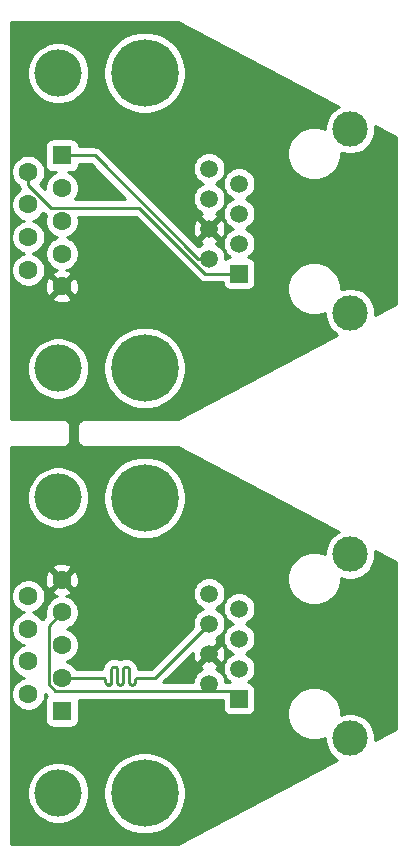
<source format=gbr>
G04 #@! TF.GenerationSoftware,KiCad,Pcbnew,5.1.9+dfsg1-1~bpo10+1*
G04 #@! TF.CreationDate,2021-10-21T15:09:38+00:00*
G04 #@! TF.ProjectId,rack-ser-adapter,7261636b-2d73-4657-922d-616461707465,rev?*
G04 #@! TF.SameCoordinates,Original*
G04 #@! TF.FileFunction,Copper,L2,Bot*
G04 #@! TF.FilePolarity,Positive*
%FSLAX46Y46*%
G04 Gerber Fmt 4.6, Leading zero omitted, Abs format (unit mm)*
G04 Created by KiCad (PCBNEW 5.1.9+dfsg1-1~bpo10+1) date 2021-10-21 15:09:38*
%MOMM*%
%LPD*%
G01*
G04 APERTURE LIST*
G04 #@! TA.AperFunction,ComponentPad*
%ADD10R,1.600000X1.600000*%
G04 #@! TD*
G04 #@! TA.AperFunction,ComponentPad*
%ADD11C,1.600000*%
G04 #@! TD*
G04 #@! TA.AperFunction,ComponentPad*
%ADD12C,4.000000*%
G04 #@! TD*
G04 #@! TA.AperFunction,ComponentPad*
%ADD13C,3.000000*%
G04 #@! TD*
G04 #@! TA.AperFunction,ComponentPad*
%ADD14C,1.500000*%
G04 #@! TD*
G04 #@! TA.AperFunction,ComponentPad*
%ADD15R,1.500000X1.500000*%
G04 #@! TD*
G04 #@! TA.AperFunction,ComponentPad*
%ADD16C,5.700000*%
G04 #@! TD*
G04 #@! TA.AperFunction,ViaPad*
%ADD17C,0.600000*%
G04 #@! TD*
G04 #@! TA.AperFunction,Conductor*
%ADD18C,0.250000*%
G04 #@! TD*
G04 #@! TA.AperFunction,Conductor*
%ADD19C,0.254000*%
G04 #@! TD*
G04 #@! TA.AperFunction,Conductor*
%ADD20C,0.100000*%
G04 #@! TD*
G04 APERTURE END LIST*
D10*
X105000000Y-129000000D03*
D11*
X105000000Y-126230000D03*
X105000000Y-123460000D03*
X105000000Y-120690000D03*
X105000000Y-117920000D03*
X102160000Y-127615000D03*
X102160000Y-124845000D03*
X102160000Y-122075000D03*
X102160000Y-119305000D03*
D12*
X104700000Y-110960000D03*
X104700000Y-135960000D03*
D13*
X129400000Y-79785000D03*
D14*
X120000000Y-89460000D03*
X120000000Y-86920000D03*
X117460000Y-88190000D03*
X120000000Y-84380000D03*
D15*
X120000000Y-92000000D03*
D14*
X117460000Y-90730000D03*
D13*
X129400000Y-95325000D03*
D14*
X117460000Y-83110000D03*
X117460000Y-85650000D03*
D16*
X112000000Y-75000000D03*
X112000000Y-100000000D03*
D10*
X105000000Y-82000000D03*
D11*
X105000000Y-84770000D03*
X105000000Y-87540000D03*
X105000000Y-90310000D03*
X105000000Y-93080000D03*
X102160000Y-83385000D03*
X102160000Y-86155000D03*
X102160000Y-88925000D03*
X102160000Y-91695000D03*
D12*
X104700000Y-75040000D03*
X104700000Y-100040000D03*
D16*
X112000000Y-111000000D03*
X112000000Y-136000000D03*
D13*
X129400000Y-115785000D03*
D14*
X120000000Y-125460000D03*
X120000000Y-122920000D03*
X117460000Y-124190000D03*
X120000000Y-120380000D03*
D15*
X120000000Y-128000000D03*
D14*
X117460000Y-126730000D03*
D13*
X129400000Y-131325000D03*
D14*
X117460000Y-119110000D03*
X117460000Y-121650000D03*
D17*
X112000000Y-84000000D03*
X114000000Y-84000000D03*
X108000000Y-84000000D03*
X109000000Y-85000000D03*
X110800000Y-120500000D03*
X114400000Y-120500000D03*
X120000000Y-117600000D03*
X112600000Y-117600000D03*
D18*
X116505408Y-90730000D02*
X117460000Y-90730000D01*
X107775408Y-82000000D02*
X116505408Y-90730000D01*
X105000000Y-82000000D02*
X107775408Y-82000000D01*
X117138998Y-92000000D02*
X120000000Y-92000000D01*
X111553997Y-86414999D02*
X117138998Y-92000000D01*
X104058629Y-86414999D02*
X111553997Y-86414999D01*
X102160000Y-84516370D02*
X104058629Y-86414999D01*
X102160000Y-83385000D02*
X102160000Y-84516370D01*
X113018713Y-126091287D02*
X117460000Y-121650000D01*
X112880000Y-126230000D02*
X113018713Y-126091287D01*
X111430000Y-126230000D02*
X112880000Y-126230000D01*
X111374369Y-126236268D02*
X111430000Y-126230000D01*
X111321529Y-126254757D02*
X111374369Y-126236268D01*
X111274127Y-126284542D02*
X111321529Y-126254757D01*
X111234542Y-126324127D02*
X111274127Y-126284542D01*
X111204757Y-126371529D02*
X111234542Y-126324127D01*
X111186268Y-126424369D02*
X111204757Y-126371529D01*
X111180000Y-126480000D02*
X111186268Y-126424369D01*
X111180000Y-126569245D02*
X111180000Y-126480000D01*
X111173731Y-126624875D02*
X111180000Y-126569245D01*
X111155242Y-126677715D02*
X111173731Y-126624875D01*
X111125457Y-126725117D02*
X111155242Y-126677715D01*
X111085872Y-126764702D02*
X111125457Y-126725117D01*
X111038470Y-126794487D02*
X111085872Y-126764702D01*
X110985630Y-126812976D02*
X111038470Y-126794487D01*
X110930000Y-126819245D02*
X110985630Y-126812976D01*
X110874369Y-126812976D02*
X110930000Y-126819245D01*
X110821529Y-126794487D02*
X110874369Y-126812976D01*
X110774127Y-126764702D02*
X110821529Y-126794487D01*
X110734542Y-126725117D02*
X110774127Y-126764702D01*
X110704757Y-126677715D02*
X110734542Y-126725117D01*
X110686268Y-126624875D02*
X110704757Y-126677715D01*
X110680000Y-126569245D02*
X110686268Y-126624875D01*
X110680000Y-125540755D02*
X110680000Y-126569245D01*
X110673731Y-125485125D02*
X110680000Y-125540755D01*
X110655242Y-125432285D02*
X110673731Y-125485125D01*
X110625457Y-125384883D02*
X110655242Y-125432285D01*
X110585872Y-125345298D02*
X110625457Y-125384883D01*
X110538470Y-125315513D02*
X110585872Y-125345298D01*
X110485630Y-125297024D02*
X110538470Y-125315513D01*
X110430000Y-125290755D02*
X110485630Y-125297024D01*
X110374369Y-125297024D02*
X110430000Y-125290755D01*
X110321529Y-125315513D02*
X110374369Y-125297024D01*
X109234542Y-125384883D02*
X109274127Y-125345298D01*
X108704757Y-126677715D02*
X108734542Y-126725117D01*
X109173731Y-126624875D02*
X109180000Y-126569245D01*
X109155242Y-126677715D02*
X109173731Y-126624875D01*
X109125457Y-126725117D02*
X109155242Y-126677715D01*
X109085872Y-126764702D02*
X109125457Y-126725117D01*
X109038470Y-126794487D02*
X109085872Y-126764702D01*
X108985630Y-126812976D02*
X109038470Y-126794487D01*
X108930000Y-126819245D02*
X108985630Y-126812976D01*
X108874369Y-126812976D02*
X108930000Y-126819245D01*
X108821529Y-126794487D02*
X108874369Y-126812976D01*
X109180000Y-125540755D02*
X109186268Y-125485125D01*
X105000000Y-126230000D02*
X108430000Y-126230000D01*
X109186268Y-125485125D02*
X109204757Y-125432285D01*
X108625457Y-126324127D02*
X108655242Y-126371529D01*
X109874369Y-126812976D02*
X109930000Y-126819245D01*
X108430000Y-126230000D02*
X108485630Y-126236268D01*
X108485630Y-126236268D02*
X108538470Y-126254757D01*
X108538470Y-126254757D02*
X108585872Y-126284542D01*
X108585872Y-126284542D02*
X108625457Y-126324127D01*
X109274127Y-125345298D02*
X109321529Y-125315513D01*
X108680000Y-126569245D02*
X108686268Y-126624875D01*
X109585872Y-125345298D02*
X109625457Y-125384883D01*
X109204757Y-125432285D02*
X109234542Y-125384883D01*
X108734542Y-126725117D02*
X108774127Y-126764702D01*
X109180000Y-126569245D02*
X109180000Y-125540755D01*
X108655242Y-126371529D02*
X108673731Y-126424369D01*
X108673731Y-126424369D02*
X108680000Y-126480000D01*
X108680000Y-126480000D02*
X108680000Y-126569245D01*
X110038470Y-126794487D02*
X110085872Y-126764702D01*
X108774127Y-126764702D02*
X108821529Y-126794487D01*
X108686268Y-126624875D02*
X108704757Y-126677715D01*
X109321529Y-125315513D02*
X109374369Y-125297024D01*
X109374369Y-125297024D02*
X109430000Y-125290755D01*
X109430000Y-125290755D02*
X109485630Y-125297024D01*
X109485630Y-125297024D02*
X109538470Y-125315513D01*
X109538470Y-125315513D02*
X109585872Y-125345298D01*
X109625457Y-125384883D02*
X109655242Y-125432285D01*
X109655242Y-125432285D02*
X109673731Y-125485125D01*
X109673731Y-125485125D02*
X109680000Y-125540755D01*
X109680000Y-125540755D02*
X109680000Y-126569245D01*
X109680000Y-126569245D02*
X109686268Y-126624875D01*
X109686268Y-126624875D02*
X109704757Y-126677715D01*
X109704757Y-126677715D02*
X109734542Y-126725117D01*
X110274127Y-125345298D02*
X110321529Y-125315513D01*
X109734542Y-126725117D02*
X109774127Y-126764702D01*
X109774127Y-126764702D02*
X109821529Y-126794487D01*
X109821529Y-126794487D02*
X109874369Y-126812976D01*
X109930000Y-126819245D02*
X109985630Y-126812976D01*
X109985630Y-126812976D02*
X110038470Y-126794487D01*
X110085872Y-126764702D02*
X110125457Y-126725117D01*
X110125457Y-126725117D02*
X110155242Y-126677715D01*
X110155242Y-126677715D02*
X110173731Y-126624875D01*
X110173731Y-126624875D02*
X110180000Y-126569245D01*
X110180000Y-126569245D02*
X110180000Y-125540755D01*
X110180000Y-125540755D02*
X110186268Y-125485125D01*
X110186268Y-125485125D02*
X110204757Y-125432285D01*
X110204757Y-125432285D02*
X110234542Y-125384883D01*
X110234542Y-125384883D02*
X110274127Y-125345298D01*
X119355001Y-127355001D02*
X120000000Y-128000000D01*
X104459999Y-127355001D02*
X119355001Y-127355001D01*
X116834999Y-127355001D02*
X117460000Y-126730000D01*
X104459999Y-127355001D02*
X116834999Y-127355001D01*
X103874999Y-126770001D02*
X104459999Y-127355001D01*
X103874999Y-121815001D02*
X103874999Y-126770001D01*
X105000000Y-120690000D02*
X103874999Y-121815001D01*
D19*
X128435450Y-77873623D02*
X128388698Y-77892988D01*
X128039017Y-78126637D01*
X127741637Y-78424017D01*
X127507988Y-78773698D01*
X127347047Y-79162244D01*
X127265000Y-79574721D01*
X127265000Y-79772799D01*
X127009218Y-79666851D01*
X126572591Y-79580000D01*
X126127409Y-79580000D01*
X125690782Y-79666851D01*
X125279489Y-79837214D01*
X124909334Y-80084544D01*
X124594544Y-80399334D01*
X124347214Y-80769489D01*
X124176851Y-81180782D01*
X124090000Y-81617409D01*
X124090000Y-82062591D01*
X124176851Y-82499218D01*
X124347214Y-82910511D01*
X124594544Y-83280666D01*
X124909334Y-83595456D01*
X125279489Y-83842786D01*
X125690782Y-84013149D01*
X126127409Y-84100000D01*
X126572591Y-84100000D01*
X127009218Y-84013149D01*
X127420511Y-83842786D01*
X127790666Y-83595456D01*
X128105456Y-83280666D01*
X128352786Y-82910511D01*
X128523149Y-82499218D01*
X128610000Y-82062591D01*
X128610000Y-81768678D01*
X128777244Y-81837953D01*
X129189721Y-81920000D01*
X129610279Y-81920000D01*
X130022756Y-81837953D01*
X130411302Y-81677012D01*
X130760983Y-81443363D01*
X131058363Y-81145983D01*
X131292012Y-80796302D01*
X131452953Y-80407756D01*
X131535000Y-79995279D01*
X131535000Y-79574721D01*
X131519502Y-79496808D01*
X133290000Y-80428649D01*
X133290001Y-94571350D01*
X131535000Y-95495035D01*
X131535000Y-95114721D01*
X131452953Y-94702244D01*
X131292012Y-94313698D01*
X131058363Y-93964017D01*
X130760983Y-93666637D01*
X130411302Y-93432988D01*
X130022756Y-93272047D01*
X129610279Y-93190000D01*
X129189721Y-93190000D01*
X128777244Y-93272047D01*
X128610000Y-93341322D01*
X128610000Y-93047409D01*
X128523149Y-92610782D01*
X128352786Y-92199489D01*
X128105456Y-91829334D01*
X127790666Y-91514544D01*
X127420511Y-91267214D01*
X127009218Y-91096851D01*
X126572591Y-91010000D01*
X126127409Y-91010000D01*
X125690782Y-91096851D01*
X125279489Y-91267214D01*
X124909334Y-91514544D01*
X124594544Y-91829334D01*
X124347214Y-92199489D01*
X124176851Y-92610782D01*
X124090000Y-93047409D01*
X124090000Y-93492591D01*
X124176851Y-93929218D01*
X124347214Y-94340511D01*
X124594544Y-94710666D01*
X124909334Y-95025456D01*
X125279489Y-95272786D01*
X125690782Y-95443149D01*
X126127409Y-95530000D01*
X126572591Y-95530000D01*
X127009218Y-95443149D01*
X127265000Y-95337201D01*
X127265000Y-95535279D01*
X127347047Y-95947756D01*
X127507988Y-96336302D01*
X127741637Y-96685983D01*
X128039017Y-96983363D01*
X128333420Y-97180077D01*
X114824566Y-104290000D01*
X107034877Y-104290000D01*
X107000000Y-104286565D01*
X106965123Y-104290000D01*
X106860816Y-104300273D01*
X106726980Y-104340872D01*
X106603637Y-104406800D01*
X106495525Y-104495525D01*
X106406800Y-104603637D01*
X106340872Y-104726980D01*
X106300273Y-104860816D01*
X106286565Y-105000000D01*
X106290000Y-105034876D01*
X106290001Y-105965113D01*
X106286565Y-106000000D01*
X106300273Y-106139184D01*
X106340872Y-106273020D01*
X106406800Y-106396363D01*
X106495525Y-106504475D01*
X106603637Y-106593200D01*
X106726980Y-106659128D01*
X106860816Y-106699727D01*
X106965123Y-106710000D01*
X107000000Y-106713435D01*
X107034877Y-106710000D01*
X114824566Y-106710000D01*
X128435450Y-113873623D01*
X128388698Y-113892988D01*
X128039017Y-114126637D01*
X127741637Y-114424017D01*
X127507988Y-114773698D01*
X127347047Y-115162244D01*
X127265000Y-115574721D01*
X127265000Y-115772799D01*
X127009218Y-115666851D01*
X126572591Y-115580000D01*
X126127409Y-115580000D01*
X125690782Y-115666851D01*
X125279489Y-115837214D01*
X124909334Y-116084544D01*
X124594544Y-116399334D01*
X124347214Y-116769489D01*
X124176851Y-117180782D01*
X124090000Y-117617409D01*
X124090000Y-118062591D01*
X124176851Y-118499218D01*
X124347214Y-118910511D01*
X124594544Y-119280666D01*
X124909334Y-119595456D01*
X125279489Y-119842786D01*
X125690782Y-120013149D01*
X126127409Y-120100000D01*
X126572591Y-120100000D01*
X127009218Y-120013149D01*
X127420511Y-119842786D01*
X127790666Y-119595456D01*
X128105456Y-119280666D01*
X128352786Y-118910511D01*
X128523149Y-118499218D01*
X128610000Y-118062591D01*
X128610000Y-117768678D01*
X128777244Y-117837953D01*
X129189721Y-117920000D01*
X129610279Y-117920000D01*
X130022756Y-117837953D01*
X130411302Y-117677012D01*
X130760983Y-117443363D01*
X131058363Y-117145983D01*
X131292012Y-116796302D01*
X131452953Y-116407756D01*
X131535000Y-115995279D01*
X131535000Y-115574721D01*
X131519502Y-115496808D01*
X133290000Y-116428649D01*
X133290001Y-130571350D01*
X131535000Y-131495035D01*
X131535000Y-131114721D01*
X131452953Y-130702244D01*
X131292012Y-130313698D01*
X131058363Y-129964017D01*
X130760983Y-129666637D01*
X130411302Y-129432988D01*
X130022756Y-129272047D01*
X129610279Y-129190000D01*
X129189721Y-129190000D01*
X128777244Y-129272047D01*
X128610000Y-129341322D01*
X128610000Y-129047409D01*
X128523149Y-128610782D01*
X128352786Y-128199489D01*
X128105456Y-127829334D01*
X127790666Y-127514544D01*
X127420511Y-127267214D01*
X127009218Y-127096851D01*
X126572591Y-127010000D01*
X126127409Y-127010000D01*
X125690782Y-127096851D01*
X125279489Y-127267214D01*
X124909334Y-127514544D01*
X124594544Y-127829334D01*
X124347214Y-128199489D01*
X124176851Y-128610782D01*
X124090000Y-129047409D01*
X124090000Y-129492591D01*
X124176851Y-129929218D01*
X124347214Y-130340511D01*
X124594544Y-130710666D01*
X124909334Y-131025456D01*
X125279489Y-131272786D01*
X125690782Y-131443149D01*
X126127409Y-131530000D01*
X126572591Y-131530000D01*
X127009218Y-131443149D01*
X127265000Y-131337201D01*
X127265000Y-131535279D01*
X127347047Y-131947756D01*
X127507988Y-132336302D01*
X127741637Y-132685983D01*
X128039017Y-132983363D01*
X128333420Y-133180077D01*
X114824566Y-140290000D01*
X100710000Y-140290000D01*
X100710000Y-135700475D01*
X102065000Y-135700475D01*
X102065000Y-136219525D01*
X102166261Y-136728601D01*
X102364893Y-137208141D01*
X102653262Y-137639715D01*
X103020285Y-138006738D01*
X103451859Y-138295107D01*
X103931399Y-138493739D01*
X104440475Y-138595000D01*
X104959525Y-138595000D01*
X105468601Y-138493739D01*
X105948141Y-138295107D01*
X106379715Y-138006738D01*
X106746738Y-137639715D01*
X107035107Y-137208141D01*
X107233739Y-136728601D01*
X107335000Y-136219525D01*
X107335000Y-135700475D01*
X107326305Y-135656758D01*
X108515000Y-135656758D01*
X108515000Y-136343242D01*
X108648927Y-137016537D01*
X108911633Y-137650766D01*
X109293024Y-138221558D01*
X109778442Y-138706976D01*
X110349234Y-139088367D01*
X110983463Y-139351073D01*
X111656758Y-139485000D01*
X112343242Y-139485000D01*
X113016537Y-139351073D01*
X113650766Y-139088367D01*
X114221558Y-138706976D01*
X114706976Y-138221558D01*
X115088367Y-137650766D01*
X115351073Y-137016537D01*
X115485000Y-136343242D01*
X115485000Y-135656758D01*
X115351073Y-134983463D01*
X115088367Y-134349234D01*
X114706976Y-133778442D01*
X114221558Y-133293024D01*
X113650766Y-132911633D01*
X113016537Y-132648927D01*
X112343242Y-132515000D01*
X111656758Y-132515000D01*
X110983463Y-132648927D01*
X110349234Y-132911633D01*
X109778442Y-133293024D01*
X109293024Y-133778442D01*
X108911633Y-134349234D01*
X108648927Y-134983463D01*
X108515000Y-135656758D01*
X107326305Y-135656758D01*
X107233739Y-135191399D01*
X107035107Y-134711859D01*
X106746738Y-134280285D01*
X106379715Y-133913262D01*
X105948141Y-133624893D01*
X105468601Y-133426261D01*
X104959525Y-133325000D01*
X104440475Y-133325000D01*
X103931399Y-133426261D01*
X103451859Y-133624893D01*
X103020285Y-133913262D01*
X102653262Y-134280285D01*
X102364893Y-134711859D01*
X102166261Y-135191399D01*
X102065000Y-135700475D01*
X100710000Y-135700475D01*
X100710000Y-119163665D01*
X100725000Y-119163665D01*
X100725000Y-119446335D01*
X100780147Y-119723574D01*
X100888320Y-119984727D01*
X101045363Y-120219759D01*
X101245241Y-120419637D01*
X101480273Y-120576680D01*
X101741426Y-120684853D01*
X101767301Y-120690000D01*
X101741426Y-120695147D01*
X101480273Y-120803320D01*
X101245241Y-120960363D01*
X101045363Y-121160241D01*
X100888320Y-121395273D01*
X100780147Y-121656426D01*
X100725000Y-121933665D01*
X100725000Y-122216335D01*
X100780147Y-122493574D01*
X100888320Y-122754727D01*
X101045363Y-122989759D01*
X101245241Y-123189637D01*
X101480273Y-123346680D01*
X101741426Y-123454853D01*
X101767301Y-123460000D01*
X101741426Y-123465147D01*
X101480273Y-123573320D01*
X101245241Y-123730363D01*
X101045363Y-123930241D01*
X100888320Y-124165273D01*
X100780147Y-124426426D01*
X100725000Y-124703665D01*
X100725000Y-124986335D01*
X100780147Y-125263574D01*
X100888320Y-125524727D01*
X101045363Y-125759759D01*
X101245241Y-125959637D01*
X101480273Y-126116680D01*
X101741426Y-126224853D01*
X101767301Y-126230000D01*
X101741426Y-126235147D01*
X101480273Y-126343320D01*
X101245241Y-126500363D01*
X101045363Y-126700241D01*
X100888320Y-126935273D01*
X100780147Y-127196426D01*
X100725000Y-127473665D01*
X100725000Y-127756335D01*
X100780147Y-128033574D01*
X100888320Y-128294727D01*
X101045363Y-128529759D01*
X101245241Y-128729637D01*
X101480273Y-128886680D01*
X101741426Y-128994853D01*
X102018665Y-129050000D01*
X102301335Y-129050000D01*
X102578574Y-128994853D01*
X102839727Y-128886680D01*
X103074759Y-128729637D01*
X103274637Y-128529759D01*
X103431680Y-128294727D01*
X103539853Y-128033574D01*
X103595000Y-127756335D01*
X103595000Y-127564803D01*
X103765400Y-127735204D01*
X103748815Y-127748815D01*
X103669463Y-127845506D01*
X103610498Y-127955820D01*
X103574188Y-128075518D01*
X103561928Y-128200000D01*
X103561928Y-129800000D01*
X103574188Y-129924482D01*
X103610498Y-130044180D01*
X103669463Y-130154494D01*
X103748815Y-130251185D01*
X103845506Y-130330537D01*
X103955820Y-130389502D01*
X104075518Y-130425812D01*
X104200000Y-130438072D01*
X105800000Y-130438072D01*
X105924482Y-130425812D01*
X106044180Y-130389502D01*
X106154494Y-130330537D01*
X106251185Y-130251185D01*
X106330537Y-130154494D01*
X106389502Y-130044180D01*
X106425812Y-129924482D01*
X106438072Y-129800000D01*
X106438072Y-128200000D01*
X106429701Y-128115001D01*
X116797677Y-128115001D01*
X116834999Y-128118677D01*
X116872321Y-128115001D01*
X118611928Y-128115001D01*
X118611928Y-128750000D01*
X118624188Y-128874482D01*
X118660498Y-128994180D01*
X118719463Y-129104494D01*
X118798815Y-129201185D01*
X118895506Y-129280537D01*
X119005820Y-129339502D01*
X119125518Y-129375812D01*
X119250000Y-129388072D01*
X120750000Y-129388072D01*
X120874482Y-129375812D01*
X120994180Y-129339502D01*
X121104494Y-129280537D01*
X121201185Y-129201185D01*
X121280537Y-129104494D01*
X121339502Y-128994180D01*
X121375812Y-128874482D01*
X121388072Y-128750000D01*
X121388072Y-127250000D01*
X121375812Y-127125518D01*
X121339502Y-127005820D01*
X121280537Y-126895506D01*
X121201185Y-126798815D01*
X121104494Y-126719463D01*
X120994180Y-126660498D01*
X120874482Y-126624188D01*
X120766517Y-126613555D01*
X120882886Y-126535799D01*
X121075799Y-126342886D01*
X121227371Y-126116043D01*
X121331775Y-125863989D01*
X121385000Y-125596411D01*
X121385000Y-125323589D01*
X121331775Y-125056011D01*
X121227371Y-124803957D01*
X121075799Y-124577114D01*
X120882886Y-124384201D01*
X120656043Y-124232629D01*
X120553127Y-124190000D01*
X120656043Y-124147371D01*
X120882886Y-123995799D01*
X121075799Y-123802886D01*
X121227371Y-123576043D01*
X121331775Y-123323989D01*
X121385000Y-123056411D01*
X121385000Y-122783589D01*
X121331775Y-122516011D01*
X121227371Y-122263957D01*
X121075799Y-122037114D01*
X120882886Y-121844201D01*
X120656043Y-121692629D01*
X120553127Y-121650000D01*
X120656043Y-121607371D01*
X120882886Y-121455799D01*
X121075799Y-121262886D01*
X121227371Y-121036043D01*
X121331775Y-120783989D01*
X121385000Y-120516411D01*
X121385000Y-120243589D01*
X121331775Y-119976011D01*
X121227371Y-119723957D01*
X121075799Y-119497114D01*
X120882886Y-119304201D01*
X120656043Y-119152629D01*
X120403989Y-119048225D01*
X120136411Y-118995000D01*
X119863589Y-118995000D01*
X119596011Y-119048225D01*
X119343957Y-119152629D01*
X119117114Y-119304201D01*
X118924201Y-119497114D01*
X118772629Y-119723957D01*
X118668225Y-119976011D01*
X118615000Y-120243589D01*
X118615000Y-120516411D01*
X118668225Y-120783989D01*
X118772629Y-121036043D01*
X118924201Y-121262886D01*
X119117114Y-121455799D01*
X119343957Y-121607371D01*
X119446873Y-121650000D01*
X119343957Y-121692629D01*
X119117114Y-121844201D01*
X118924201Y-122037114D01*
X118772629Y-122263957D01*
X118668225Y-122516011D01*
X118615000Y-122783589D01*
X118615000Y-123056411D01*
X118668225Y-123323989D01*
X118772629Y-123576043D01*
X118924201Y-123802886D01*
X119117114Y-123995799D01*
X119343957Y-124147371D01*
X119446873Y-124190000D01*
X119343957Y-124232629D01*
X119117114Y-124384201D01*
X118924201Y-124577114D01*
X118772629Y-124803957D01*
X118668225Y-125056011D01*
X118615000Y-125323589D01*
X118615000Y-125596411D01*
X118668225Y-125863989D01*
X118772629Y-126116043D01*
X118924201Y-126342886D01*
X119117114Y-126535799D01*
X119205716Y-126595001D01*
X118845000Y-126595001D01*
X118845000Y-126593589D01*
X118791775Y-126326011D01*
X118687371Y-126073957D01*
X118535799Y-125847114D01*
X118342886Y-125654201D01*
X118116043Y-125502629D01*
X118016721Y-125461489D01*
X118058832Y-125446277D01*
X118171863Y-125385860D01*
X118237388Y-125146993D01*
X117460000Y-124369605D01*
X116682612Y-125146993D01*
X116748137Y-125385860D01*
X116906477Y-125460164D01*
X116803957Y-125502629D01*
X116577114Y-125654201D01*
X116384201Y-125847114D01*
X116232629Y-126073957D01*
X116128225Y-126326011D01*
X116075000Y-126593589D01*
X116075000Y-126595001D01*
X113589800Y-126595001D01*
X116077334Y-124107468D01*
X116070188Y-124262492D01*
X116111035Y-124532238D01*
X116203723Y-124788832D01*
X116264140Y-124901863D01*
X116503007Y-124967388D01*
X117280395Y-124190000D01*
X117639605Y-124190000D01*
X118416993Y-124967388D01*
X118655860Y-124901863D01*
X118771760Y-124654884D01*
X118837250Y-124390040D01*
X118849812Y-124117508D01*
X118808965Y-123847762D01*
X118716277Y-123591168D01*
X118655860Y-123478137D01*
X118416993Y-123412612D01*
X117639605Y-124190000D01*
X117280395Y-124190000D01*
X117266253Y-124175858D01*
X117445858Y-123996253D01*
X117460000Y-124010395D01*
X118237388Y-123233007D01*
X118171863Y-122994140D01*
X118013523Y-122919836D01*
X118116043Y-122877371D01*
X118342886Y-122725799D01*
X118535799Y-122532886D01*
X118687371Y-122306043D01*
X118791775Y-122053989D01*
X118845000Y-121786411D01*
X118845000Y-121513589D01*
X118791775Y-121246011D01*
X118687371Y-120993957D01*
X118535799Y-120767114D01*
X118342886Y-120574201D01*
X118116043Y-120422629D01*
X118013127Y-120380000D01*
X118116043Y-120337371D01*
X118342886Y-120185799D01*
X118535799Y-119992886D01*
X118687371Y-119766043D01*
X118791775Y-119513989D01*
X118845000Y-119246411D01*
X118845000Y-118973589D01*
X118791775Y-118706011D01*
X118687371Y-118453957D01*
X118535799Y-118227114D01*
X118342886Y-118034201D01*
X118116043Y-117882629D01*
X117863989Y-117778225D01*
X117596411Y-117725000D01*
X117323589Y-117725000D01*
X117056011Y-117778225D01*
X116803957Y-117882629D01*
X116577114Y-118034201D01*
X116384201Y-118227114D01*
X116232629Y-118453957D01*
X116128225Y-118706011D01*
X116075000Y-118973589D01*
X116075000Y-119246411D01*
X116128225Y-119513989D01*
X116232629Y-119766043D01*
X116384201Y-119992886D01*
X116577114Y-120185799D01*
X116803957Y-120337371D01*
X116906873Y-120380000D01*
X116803957Y-120422629D01*
X116577114Y-120574201D01*
X116384201Y-120767114D01*
X116232629Y-120993957D01*
X116128225Y-121246011D01*
X116075000Y-121513589D01*
X116075000Y-121786411D01*
X116103833Y-121931365D01*
X112565199Y-125470000D01*
X111499471Y-125470000D01*
X111494188Y-125469026D01*
X111436818Y-125469830D01*
X111435816Y-125460944D01*
X111431571Y-125417845D01*
X111429910Y-125378377D01*
X111414748Y-125315993D01*
X111401339Y-125253202D01*
X111382277Y-125208951D01*
X111381395Y-125206429D01*
X111368704Y-125159938D01*
X111340043Y-125102498D01*
X111313009Y-125044286D01*
X111284572Y-125005374D01*
X111283149Y-125003110D01*
X111260431Y-124960608D01*
X111219703Y-124910981D01*
X111180387Y-124860237D01*
X111144008Y-124828633D01*
X111142122Y-124826747D01*
X111110518Y-124790368D01*
X111059781Y-124751058D01*
X111010148Y-124710324D01*
X110967642Y-124687604D01*
X110965378Y-124686182D01*
X110926469Y-124657746D01*
X110868257Y-124630712D01*
X110810817Y-124602051D01*
X110764324Y-124589360D01*
X110761806Y-124588479D01*
X110717553Y-124569416D01*
X110654758Y-124556006D01*
X110592378Y-124540845D01*
X110544241Y-124538819D01*
X110541577Y-124538519D01*
X110494175Y-124529780D01*
X110430001Y-124530681D01*
X110365827Y-124529780D01*
X110318426Y-124538518D01*
X110315760Y-124538819D01*
X110267621Y-124540845D01*
X110205229Y-124556009D01*
X110142447Y-124569416D01*
X110098196Y-124588477D01*
X110095673Y-124589360D01*
X110049182Y-124602051D01*
X109991742Y-124630712D01*
X109933530Y-124657746D01*
X109929999Y-124660326D01*
X109926469Y-124657746D01*
X109868257Y-124630712D01*
X109810817Y-124602051D01*
X109764324Y-124589360D01*
X109761806Y-124588479D01*
X109717553Y-124569416D01*
X109654758Y-124556006D01*
X109592378Y-124540845D01*
X109544241Y-124538819D01*
X109541577Y-124538519D01*
X109494175Y-124529780D01*
X109430001Y-124530681D01*
X109365827Y-124529780D01*
X109318426Y-124538518D01*
X109315760Y-124538819D01*
X109267621Y-124540845D01*
X109205229Y-124556009D01*
X109142447Y-124569416D01*
X109098196Y-124588477D01*
X109095673Y-124589360D01*
X109049182Y-124602051D01*
X108991742Y-124630712D01*
X108933530Y-124657746D01*
X108894618Y-124686183D01*
X108892354Y-124687606D01*
X108849852Y-124710324D01*
X108800225Y-124751052D01*
X108749481Y-124790368D01*
X108717877Y-124826747D01*
X108715991Y-124828633D01*
X108679612Y-124860237D01*
X108640302Y-124910974D01*
X108599568Y-124960607D01*
X108576848Y-125003113D01*
X108575426Y-125005377D01*
X108546990Y-125044286D01*
X108519956Y-125102498D01*
X108491295Y-125159938D01*
X108478604Y-125206431D01*
X108477720Y-125208955D01*
X108458656Y-125253215D01*
X108445249Y-125316000D01*
X108430089Y-125378377D01*
X108428426Y-125417881D01*
X108424191Y-125460884D01*
X108423183Y-125469830D01*
X108365813Y-125469026D01*
X108360530Y-125470000D01*
X106218043Y-125470000D01*
X106114637Y-125315241D01*
X105914759Y-125115363D01*
X105679727Y-124958320D01*
X105418574Y-124850147D01*
X105392699Y-124845000D01*
X105418574Y-124839853D01*
X105679727Y-124731680D01*
X105914759Y-124574637D01*
X106114637Y-124374759D01*
X106271680Y-124139727D01*
X106379853Y-123878574D01*
X106435000Y-123601335D01*
X106435000Y-123318665D01*
X106379853Y-123041426D01*
X106271680Y-122780273D01*
X106114637Y-122545241D01*
X105914759Y-122345363D01*
X105679727Y-122188320D01*
X105418574Y-122080147D01*
X105392699Y-122075000D01*
X105418574Y-122069853D01*
X105679727Y-121961680D01*
X105914759Y-121804637D01*
X106114637Y-121604759D01*
X106271680Y-121369727D01*
X106379853Y-121108574D01*
X106435000Y-120831335D01*
X106435000Y-120548665D01*
X106379853Y-120271426D01*
X106271680Y-120010273D01*
X106114637Y-119775241D01*
X105914759Y-119575363D01*
X105679727Y-119418320D01*
X105418574Y-119310147D01*
X105390118Y-119304487D01*
X105616292Y-119223603D01*
X105741514Y-119156671D01*
X105813097Y-118912702D01*
X105000000Y-118099605D01*
X104186903Y-118912702D01*
X104258486Y-119156671D01*
X104513996Y-119277571D01*
X104616289Y-119303212D01*
X104581426Y-119310147D01*
X104320273Y-119418320D01*
X104085241Y-119575363D01*
X103885363Y-119775241D01*
X103728320Y-120010273D01*
X103620147Y-120271426D01*
X103565000Y-120548665D01*
X103565000Y-120831335D01*
X103601312Y-121013887D01*
X103364001Y-121251197D01*
X103345537Y-121266351D01*
X103274637Y-121160241D01*
X103074759Y-120960363D01*
X102839727Y-120803320D01*
X102578574Y-120695147D01*
X102552699Y-120690000D01*
X102578574Y-120684853D01*
X102839727Y-120576680D01*
X103074759Y-120419637D01*
X103274637Y-120219759D01*
X103431680Y-119984727D01*
X103539853Y-119723574D01*
X103595000Y-119446335D01*
X103595000Y-119163665D01*
X103539853Y-118886426D01*
X103431680Y-118625273D01*
X103274637Y-118390241D01*
X103074759Y-118190363D01*
X102839727Y-118033320D01*
X102736380Y-117990512D01*
X103559783Y-117990512D01*
X103601213Y-118270130D01*
X103696397Y-118536292D01*
X103763329Y-118661514D01*
X104007298Y-118733097D01*
X104820395Y-117920000D01*
X105179605Y-117920000D01*
X105992702Y-118733097D01*
X106236671Y-118661514D01*
X106357571Y-118406004D01*
X106426300Y-118131816D01*
X106440217Y-117849488D01*
X106398787Y-117569870D01*
X106303603Y-117303708D01*
X106236671Y-117178486D01*
X105992702Y-117106903D01*
X105179605Y-117920000D01*
X104820395Y-117920000D01*
X104007298Y-117106903D01*
X103763329Y-117178486D01*
X103642429Y-117433996D01*
X103573700Y-117708184D01*
X103559783Y-117990512D01*
X102736380Y-117990512D01*
X102578574Y-117925147D01*
X102301335Y-117870000D01*
X102018665Y-117870000D01*
X101741426Y-117925147D01*
X101480273Y-118033320D01*
X101245241Y-118190363D01*
X101045363Y-118390241D01*
X100888320Y-118625273D01*
X100780147Y-118886426D01*
X100725000Y-119163665D01*
X100710000Y-119163665D01*
X100710000Y-116927298D01*
X104186903Y-116927298D01*
X105000000Y-117740395D01*
X105813097Y-116927298D01*
X105741514Y-116683329D01*
X105486004Y-116562429D01*
X105211816Y-116493700D01*
X104929488Y-116479783D01*
X104649870Y-116521213D01*
X104383708Y-116616397D01*
X104258486Y-116683329D01*
X104186903Y-116927298D01*
X100710000Y-116927298D01*
X100710000Y-110700475D01*
X102065000Y-110700475D01*
X102065000Y-111219525D01*
X102166261Y-111728601D01*
X102364893Y-112208141D01*
X102653262Y-112639715D01*
X103020285Y-113006738D01*
X103451859Y-113295107D01*
X103931399Y-113493739D01*
X104440475Y-113595000D01*
X104959525Y-113595000D01*
X105468601Y-113493739D01*
X105948141Y-113295107D01*
X106379715Y-113006738D01*
X106746738Y-112639715D01*
X107035107Y-112208141D01*
X107233739Y-111728601D01*
X107335000Y-111219525D01*
X107335000Y-110700475D01*
X107326305Y-110656758D01*
X108515000Y-110656758D01*
X108515000Y-111343242D01*
X108648927Y-112016537D01*
X108911633Y-112650766D01*
X109293024Y-113221558D01*
X109778442Y-113706976D01*
X110349234Y-114088367D01*
X110983463Y-114351073D01*
X111656758Y-114485000D01*
X112343242Y-114485000D01*
X113016537Y-114351073D01*
X113650766Y-114088367D01*
X114221558Y-113706976D01*
X114706976Y-113221558D01*
X115088367Y-112650766D01*
X115351073Y-112016537D01*
X115485000Y-111343242D01*
X115485000Y-110656758D01*
X115351073Y-109983463D01*
X115088367Y-109349234D01*
X114706976Y-108778442D01*
X114221558Y-108293024D01*
X113650766Y-107911633D01*
X113016537Y-107648927D01*
X112343242Y-107515000D01*
X111656758Y-107515000D01*
X110983463Y-107648927D01*
X110349234Y-107911633D01*
X109778442Y-108293024D01*
X109293024Y-108778442D01*
X108911633Y-109349234D01*
X108648927Y-109983463D01*
X108515000Y-110656758D01*
X107326305Y-110656758D01*
X107233739Y-110191399D01*
X107035107Y-109711859D01*
X106746738Y-109280285D01*
X106379715Y-108913262D01*
X105948141Y-108624893D01*
X105468601Y-108426261D01*
X104959525Y-108325000D01*
X104440475Y-108325000D01*
X103931399Y-108426261D01*
X103451859Y-108624893D01*
X103020285Y-108913262D01*
X102653262Y-109280285D01*
X102364893Y-109711859D01*
X102166261Y-110191399D01*
X102065000Y-110700475D01*
X100710000Y-110700475D01*
X100710000Y-106710000D01*
X104965123Y-106710000D01*
X105000000Y-106713435D01*
X105034877Y-106710000D01*
X105139184Y-106699727D01*
X105273020Y-106659128D01*
X105396363Y-106593200D01*
X105504475Y-106504475D01*
X105593200Y-106396363D01*
X105659128Y-106273020D01*
X105699727Y-106139184D01*
X105713435Y-106000000D01*
X105710000Y-105965123D01*
X105710000Y-105034876D01*
X105713435Y-105000000D01*
X105699727Y-104860816D01*
X105659128Y-104726980D01*
X105593200Y-104603637D01*
X105504475Y-104495525D01*
X105396363Y-104406800D01*
X105273020Y-104340872D01*
X105139184Y-104300273D01*
X105034877Y-104290000D01*
X105000000Y-104286565D01*
X104965123Y-104290000D01*
X100710000Y-104290000D01*
X100710000Y-99780475D01*
X102065000Y-99780475D01*
X102065000Y-100299525D01*
X102166261Y-100808601D01*
X102364893Y-101288141D01*
X102653262Y-101719715D01*
X103020285Y-102086738D01*
X103451859Y-102375107D01*
X103931399Y-102573739D01*
X104440475Y-102675000D01*
X104959525Y-102675000D01*
X105468601Y-102573739D01*
X105948141Y-102375107D01*
X106379715Y-102086738D01*
X106746738Y-101719715D01*
X107035107Y-101288141D01*
X107233739Y-100808601D01*
X107335000Y-100299525D01*
X107335000Y-99780475D01*
X107310392Y-99656758D01*
X108515000Y-99656758D01*
X108515000Y-100343242D01*
X108648927Y-101016537D01*
X108911633Y-101650766D01*
X109293024Y-102221558D01*
X109778442Y-102706976D01*
X110349234Y-103088367D01*
X110983463Y-103351073D01*
X111656758Y-103485000D01*
X112343242Y-103485000D01*
X113016537Y-103351073D01*
X113650766Y-103088367D01*
X114221558Y-102706976D01*
X114706976Y-102221558D01*
X115088367Y-101650766D01*
X115351073Y-101016537D01*
X115485000Y-100343242D01*
X115485000Y-99656758D01*
X115351073Y-98983463D01*
X115088367Y-98349234D01*
X114706976Y-97778442D01*
X114221558Y-97293024D01*
X113650766Y-96911633D01*
X113016537Y-96648927D01*
X112343242Y-96515000D01*
X111656758Y-96515000D01*
X110983463Y-96648927D01*
X110349234Y-96911633D01*
X109778442Y-97293024D01*
X109293024Y-97778442D01*
X108911633Y-98349234D01*
X108648927Y-98983463D01*
X108515000Y-99656758D01*
X107310392Y-99656758D01*
X107233739Y-99271399D01*
X107035107Y-98791859D01*
X106746738Y-98360285D01*
X106379715Y-97993262D01*
X105948141Y-97704893D01*
X105468601Y-97506261D01*
X104959525Y-97405000D01*
X104440475Y-97405000D01*
X103931399Y-97506261D01*
X103451859Y-97704893D01*
X103020285Y-97993262D01*
X102653262Y-98360285D01*
X102364893Y-98791859D01*
X102166261Y-99271399D01*
X102065000Y-99780475D01*
X100710000Y-99780475D01*
X100710000Y-94072702D01*
X104186903Y-94072702D01*
X104258486Y-94316671D01*
X104513996Y-94437571D01*
X104788184Y-94506300D01*
X105070512Y-94520217D01*
X105350130Y-94478787D01*
X105616292Y-94383603D01*
X105741514Y-94316671D01*
X105813097Y-94072702D01*
X105000000Y-93259605D01*
X104186903Y-94072702D01*
X100710000Y-94072702D01*
X100710000Y-93150512D01*
X103559783Y-93150512D01*
X103601213Y-93430130D01*
X103696397Y-93696292D01*
X103763329Y-93821514D01*
X104007298Y-93893097D01*
X104820395Y-93080000D01*
X105179605Y-93080000D01*
X105992702Y-93893097D01*
X106236671Y-93821514D01*
X106357571Y-93566004D01*
X106426300Y-93291816D01*
X106440217Y-93009488D01*
X106398787Y-92729870D01*
X106303603Y-92463708D01*
X106236671Y-92338486D01*
X105992702Y-92266903D01*
X105179605Y-93080000D01*
X104820395Y-93080000D01*
X104007298Y-92266903D01*
X103763329Y-92338486D01*
X103642429Y-92593996D01*
X103573700Y-92868184D01*
X103559783Y-93150512D01*
X100710000Y-93150512D01*
X100710000Y-83243665D01*
X100725000Y-83243665D01*
X100725000Y-83526335D01*
X100780147Y-83803574D01*
X100888320Y-84064727D01*
X101045363Y-84299759D01*
X101245241Y-84499637D01*
X101405203Y-84606520D01*
X101410144Y-84656680D01*
X101410998Y-84665355D01*
X101454454Y-84808616D01*
X101491826Y-84878534D01*
X101480273Y-84883320D01*
X101245241Y-85040363D01*
X101045363Y-85240241D01*
X100888320Y-85475273D01*
X100780147Y-85736426D01*
X100725000Y-86013665D01*
X100725000Y-86296335D01*
X100780147Y-86573574D01*
X100888320Y-86834727D01*
X101045363Y-87069759D01*
X101245241Y-87269637D01*
X101480273Y-87426680D01*
X101741426Y-87534853D01*
X101767301Y-87540000D01*
X101741426Y-87545147D01*
X101480273Y-87653320D01*
X101245241Y-87810363D01*
X101045363Y-88010241D01*
X100888320Y-88245273D01*
X100780147Y-88506426D01*
X100725000Y-88783665D01*
X100725000Y-89066335D01*
X100780147Y-89343574D01*
X100888320Y-89604727D01*
X101045363Y-89839759D01*
X101245241Y-90039637D01*
X101480273Y-90196680D01*
X101741426Y-90304853D01*
X101767301Y-90310000D01*
X101741426Y-90315147D01*
X101480273Y-90423320D01*
X101245241Y-90580363D01*
X101045363Y-90780241D01*
X100888320Y-91015273D01*
X100780147Y-91276426D01*
X100725000Y-91553665D01*
X100725000Y-91836335D01*
X100780147Y-92113574D01*
X100888320Y-92374727D01*
X101045363Y-92609759D01*
X101245241Y-92809637D01*
X101480273Y-92966680D01*
X101741426Y-93074853D01*
X102018665Y-93130000D01*
X102301335Y-93130000D01*
X102578574Y-93074853D01*
X102839727Y-92966680D01*
X103074759Y-92809637D01*
X103274637Y-92609759D01*
X103431680Y-92374727D01*
X103539853Y-92113574D01*
X103595000Y-91836335D01*
X103595000Y-91553665D01*
X103539853Y-91276426D01*
X103431680Y-91015273D01*
X103274637Y-90780241D01*
X103074759Y-90580363D01*
X102839727Y-90423320D01*
X102578574Y-90315147D01*
X102552699Y-90310000D01*
X102578574Y-90304853D01*
X102839727Y-90196680D01*
X103074759Y-90039637D01*
X103274637Y-89839759D01*
X103431680Y-89604727D01*
X103539853Y-89343574D01*
X103595000Y-89066335D01*
X103595000Y-88783665D01*
X103539853Y-88506426D01*
X103431680Y-88245273D01*
X103274637Y-88010241D01*
X103074759Y-87810363D01*
X102839727Y-87653320D01*
X102578574Y-87545147D01*
X102552699Y-87540000D01*
X102578574Y-87534853D01*
X102839727Y-87426680D01*
X103074759Y-87269637D01*
X103274637Y-87069759D01*
X103420415Y-86851587D01*
X103494829Y-86926001D01*
X103518628Y-86955000D01*
X103547626Y-86978798D01*
X103634352Y-87049973D01*
X103646397Y-87056411D01*
X103646954Y-87056708D01*
X103620147Y-87121426D01*
X103565000Y-87398665D01*
X103565000Y-87681335D01*
X103620147Y-87958574D01*
X103728320Y-88219727D01*
X103885363Y-88454759D01*
X104085241Y-88654637D01*
X104320273Y-88811680D01*
X104581426Y-88919853D01*
X104607301Y-88925000D01*
X104581426Y-88930147D01*
X104320273Y-89038320D01*
X104085241Y-89195363D01*
X103885363Y-89395241D01*
X103728320Y-89630273D01*
X103620147Y-89891426D01*
X103565000Y-90168665D01*
X103565000Y-90451335D01*
X103620147Y-90728574D01*
X103728320Y-90989727D01*
X103885363Y-91224759D01*
X104085241Y-91424637D01*
X104320273Y-91581680D01*
X104581426Y-91689853D01*
X104609882Y-91695513D01*
X104383708Y-91776397D01*
X104258486Y-91843329D01*
X104186903Y-92087298D01*
X105000000Y-92900395D01*
X105813097Y-92087298D01*
X105741514Y-91843329D01*
X105486004Y-91722429D01*
X105383711Y-91696788D01*
X105418574Y-91689853D01*
X105679727Y-91581680D01*
X105914759Y-91424637D01*
X106114637Y-91224759D01*
X106271680Y-90989727D01*
X106379853Y-90728574D01*
X106435000Y-90451335D01*
X106435000Y-90168665D01*
X106379853Y-89891426D01*
X106271680Y-89630273D01*
X106114637Y-89395241D01*
X105914759Y-89195363D01*
X105679727Y-89038320D01*
X105418574Y-88930147D01*
X105392699Y-88925000D01*
X105418574Y-88919853D01*
X105679727Y-88811680D01*
X105914759Y-88654637D01*
X106114637Y-88454759D01*
X106271680Y-88219727D01*
X106379853Y-87958574D01*
X106435000Y-87681335D01*
X106435000Y-87398665D01*
X106390509Y-87174999D01*
X111239196Y-87174999D01*
X116575199Y-92511003D01*
X116598997Y-92540001D01*
X116714722Y-92634974D01*
X116846751Y-92705546D01*
X116990012Y-92749003D01*
X117101665Y-92760000D01*
X117101674Y-92760000D01*
X117138997Y-92763676D01*
X117176320Y-92760000D01*
X118612913Y-92760000D01*
X118624188Y-92874482D01*
X118660498Y-92994180D01*
X118719463Y-93104494D01*
X118798815Y-93201185D01*
X118895506Y-93280537D01*
X119005820Y-93339502D01*
X119125518Y-93375812D01*
X119250000Y-93388072D01*
X120750000Y-93388072D01*
X120874482Y-93375812D01*
X120994180Y-93339502D01*
X121104494Y-93280537D01*
X121201185Y-93201185D01*
X121280537Y-93104494D01*
X121339502Y-92994180D01*
X121375812Y-92874482D01*
X121388072Y-92750000D01*
X121388072Y-91250000D01*
X121375812Y-91125518D01*
X121339502Y-91005820D01*
X121280537Y-90895506D01*
X121201185Y-90798815D01*
X121104494Y-90719463D01*
X120994180Y-90660498D01*
X120874482Y-90624188D01*
X120766517Y-90613555D01*
X120882886Y-90535799D01*
X121075799Y-90342886D01*
X121227371Y-90116043D01*
X121331775Y-89863989D01*
X121385000Y-89596411D01*
X121385000Y-89323589D01*
X121331775Y-89056011D01*
X121227371Y-88803957D01*
X121075799Y-88577114D01*
X120882886Y-88384201D01*
X120656043Y-88232629D01*
X120553127Y-88190000D01*
X120656043Y-88147371D01*
X120882886Y-87995799D01*
X121075799Y-87802886D01*
X121227371Y-87576043D01*
X121331775Y-87323989D01*
X121385000Y-87056411D01*
X121385000Y-86783589D01*
X121331775Y-86516011D01*
X121227371Y-86263957D01*
X121075799Y-86037114D01*
X120882886Y-85844201D01*
X120656043Y-85692629D01*
X120553127Y-85650000D01*
X120656043Y-85607371D01*
X120882886Y-85455799D01*
X121075799Y-85262886D01*
X121227371Y-85036043D01*
X121331775Y-84783989D01*
X121385000Y-84516411D01*
X121385000Y-84243589D01*
X121331775Y-83976011D01*
X121227371Y-83723957D01*
X121075799Y-83497114D01*
X120882886Y-83304201D01*
X120656043Y-83152629D01*
X120403989Y-83048225D01*
X120136411Y-82995000D01*
X119863589Y-82995000D01*
X119596011Y-83048225D01*
X119343957Y-83152629D01*
X119117114Y-83304201D01*
X118924201Y-83497114D01*
X118772629Y-83723957D01*
X118668225Y-83976011D01*
X118615000Y-84243589D01*
X118615000Y-84516411D01*
X118668225Y-84783989D01*
X118772629Y-85036043D01*
X118924201Y-85262886D01*
X119117114Y-85455799D01*
X119343957Y-85607371D01*
X119446873Y-85650000D01*
X119343957Y-85692629D01*
X119117114Y-85844201D01*
X118924201Y-86037114D01*
X118772629Y-86263957D01*
X118668225Y-86516011D01*
X118615000Y-86783589D01*
X118615000Y-87056411D01*
X118668225Y-87323989D01*
X118772629Y-87576043D01*
X118924201Y-87802886D01*
X119117114Y-87995799D01*
X119343957Y-88147371D01*
X119446873Y-88190000D01*
X119343957Y-88232629D01*
X119117114Y-88384201D01*
X118924201Y-88577114D01*
X118772629Y-88803957D01*
X118668225Y-89056011D01*
X118615000Y-89323589D01*
X118615000Y-89596411D01*
X118668225Y-89863989D01*
X118772629Y-90116043D01*
X118924201Y-90342886D01*
X119117114Y-90535799D01*
X119233483Y-90613555D01*
X119125518Y-90624188D01*
X119005820Y-90660498D01*
X118895506Y-90719463D01*
X118845000Y-90760912D01*
X118845000Y-90593589D01*
X118791775Y-90326011D01*
X118687371Y-90073957D01*
X118535799Y-89847114D01*
X118342886Y-89654201D01*
X118116043Y-89502629D01*
X118016721Y-89461489D01*
X118058832Y-89446277D01*
X118171863Y-89385860D01*
X118237388Y-89146993D01*
X117460000Y-88369605D01*
X116682612Y-89146993D01*
X116748137Y-89385860D01*
X116906477Y-89460164D01*
X116803957Y-89502629D01*
X116577114Y-89654201D01*
X116540763Y-89690552D01*
X115112703Y-88262492D01*
X116070188Y-88262492D01*
X116111035Y-88532238D01*
X116203723Y-88788832D01*
X116264140Y-88901863D01*
X116503007Y-88967388D01*
X117280395Y-88190000D01*
X117639605Y-88190000D01*
X118416993Y-88967388D01*
X118655860Y-88901863D01*
X118771760Y-88654884D01*
X118837250Y-88390040D01*
X118849812Y-88117508D01*
X118808965Y-87847762D01*
X118716277Y-87591168D01*
X118655860Y-87478137D01*
X118416993Y-87412612D01*
X117639605Y-88190000D01*
X117280395Y-88190000D01*
X116503007Y-87412612D01*
X116264140Y-87478137D01*
X116148240Y-87725116D01*
X116082750Y-87989960D01*
X116070188Y-88262492D01*
X115112703Y-88262492D01*
X109823799Y-82973589D01*
X116075000Y-82973589D01*
X116075000Y-83246411D01*
X116128225Y-83513989D01*
X116232629Y-83766043D01*
X116384201Y-83992886D01*
X116577114Y-84185799D01*
X116803957Y-84337371D01*
X116906873Y-84380000D01*
X116803957Y-84422629D01*
X116577114Y-84574201D01*
X116384201Y-84767114D01*
X116232629Y-84993957D01*
X116128225Y-85246011D01*
X116075000Y-85513589D01*
X116075000Y-85786411D01*
X116128225Y-86053989D01*
X116232629Y-86306043D01*
X116384201Y-86532886D01*
X116577114Y-86725799D01*
X116803957Y-86877371D01*
X116903279Y-86918511D01*
X116861168Y-86933723D01*
X116748137Y-86994140D01*
X116682612Y-87233007D01*
X117460000Y-88010395D01*
X118237388Y-87233007D01*
X118171863Y-86994140D01*
X118013523Y-86919836D01*
X118116043Y-86877371D01*
X118342886Y-86725799D01*
X118535799Y-86532886D01*
X118687371Y-86306043D01*
X118791775Y-86053989D01*
X118845000Y-85786411D01*
X118845000Y-85513589D01*
X118791775Y-85246011D01*
X118687371Y-84993957D01*
X118535799Y-84767114D01*
X118342886Y-84574201D01*
X118116043Y-84422629D01*
X118013127Y-84380000D01*
X118116043Y-84337371D01*
X118342886Y-84185799D01*
X118535799Y-83992886D01*
X118687371Y-83766043D01*
X118791775Y-83513989D01*
X118845000Y-83246411D01*
X118845000Y-82973589D01*
X118791775Y-82706011D01*
X118687371Y-82453957D01*
X118535799Y-82227114D01*
X118342886Y-82034201D01*
X118116043Y-81882629D01*
X117863989Y-81778225D01*
X117596411Y-81725000D01*
X117323589Y-81725000D01*
X117056011Y-81778225D01*
X116803957Y-81882629D01*
X116577114Y-82034201D01*
X116384201Y-82227114D01*
X116232629Y-82453957D01*
X116128225Y-82706011D01*
X116075000Y-82973589D01*
X109823799Y-82973589D01*
X108339212Y-81489003D01*
X108315409Y-81459999D01*
X108199684Y-81365026D01*
X108067655Y-81294454D01*
X107924394Y-81250997D01*
X107812741Y-81240000D01*
X107812730Y-81240000D01*
X107775408Y-81236324D01*
X107738086Y-81240000D01*
X106438072Y-81240000D01*
X106438072Y-81200000D01*
X106425812Y-81075518D01*
X106389502Y-80955820D01*
X106330537Y-80845506D01*
X106251185Y-80748815D01*
X106154494Y-80669463D01*
X106044180Y-80610498D01*
X105924482Y-80574188D01*
X105800000Y-80561928D01*
X104200000Y-80561928D01*
X104075518Y-80574188D01*
X103955820Y-80610498D01*
X103845506Y-80669463D01*
X103748815Y-80748815D01*
X103669463Y-80845506D01*
X103610498Y-80955820D01*
X103574188Y-81075518D01*
X103561928Y-81200000D01*
X103561928Y-82800000D01*
X103574188Y-82924482D01*
X103610498Y-83044180D01*
X103669463Y-83154494D01*
X103748815Y-83251185D01*
X103845506Y-83330537D01*
X103955820Y-83389502D01*
X104075518Y-83425812D01*
X104200000Y-83438072D01*
X104465725Y-83438072D01*
X104320273Y-83498320D01*
X104085241Y-83655363D01*
X103885363Y-83855241D01*
X103728320Y-84090273D01*
X103620147Y-84351426D01*
X103565000Y-84628665D01*
X103565000Y-84846569D01*
X103146414Y-84427982D01*
X103274637Y-84299759D01*
X103431680Y-84064727D01*
X103539853Y-83803574D01*
X103595000Y-83526335D01*
X103595000Y-83243665D01*
X103539853Y-82966426D01*
X103431680Y-82705273D01*
X103274637Y-82470241D01*
X103074759Y-82270363D01*
X102839727Y-82113320D01*
X102578574Y-82005147D01*
X102301335Y-81950000D01*
X102018665Y-81950000D01*
X101741426Y-82005147D01*
X101480273Y-82113320D01*
X101245241Y-82270363D01*
X101045363Y-82470241D01*
X100888320Y-82705273D01*
X100780147Y-82966426D01*
X100725000Y-83243665D01*
X100710000Y-83243665D01*
X100710000Y-74780475D01*
X102065000Y-74780475D01*
X102065000Y-75299525D01*
X102166261Y-75808601D01*
X102364893Y-76288141D01*
X102653262Y-76719715D01*
X103020285Y-77086738D01*
X103451859Y-77375107D01*
X103931399Y-77573739D01*
X104440475Y-77675000D01*
X104959525Y-77675000D01*
X105468601Y-77573739D01*
X105948141Y-77375107D01*
X106379715Y-77086738D01*
X106746738Y-76719715D01*
X107035107Y-76288141D01*
X107233739Y-75808601D01*
X107335000Y-75299525D01*
X107335000Y-74780475D01*
X107310392Y-74656758D01*
X108515000Y-74656758D01*
X108515000Y-75343242D01*
X108648927Y-76016537D01*
X108911633Y-76650766D01*
X109293024Y-77221558D01*
X109778442Y-77706976D01*
X110349234Y-78088367D01*
X110983463Y-78351073D01*
X111656758Y-78485000D01*
X112343242Y-78485000D01*
X113016537Y-78351073D01*
X113650766Y-78088367D01*
X114221558Y-77706976D01*
X114706976Y-77221558D01*
X115088367Y-76650766D01*
X115351073Y-76016537D01*
X115485000Y-75343242D01*
X115485000Y-74656758D01*
X115351073Y-73983463D01*
X115088367Y-73349234D01*
X114706976Y-72778442D01*
X114221558Y-72293024D01*
X113650766Y-71911633D01*
X113016537Y-71648927D01*
X112343242Y-71515000D01*
X111656758Y-71515000D01*
X110983463Y-71648927D01*
X110349234Y-71911633D01*
X109778442Y-72293024D01*
X109293024Y-72778442D01*
X108911633Y-73349234D01*
X108648927Y-73983463D01*
X108515000Y-74656758D01*
X107310392Y-74656758D01*
X107233739Y-74271399D01*
X107035107Y-73791859D01*
X106746738Y-73360285D01*
X106379715Y-72993262D01*
X105948141Y-72704893D01*
X105468601Y-72506261D01*
X104959525Y-72405000D01*
X104440475Y-72405000D01*
X103931399Y-72506261D01*
X103451859Y-72704893D01*
X103020285Y-72993262D01*
X102653262Y-73360285D01*
X102364893Y-73791859D01*
X102166261Y-74271399D01*
X102065000Y-74780475D01*
X100710000Y-74780475D01*
X100710000Y-70710000D01*
X114824566Y-70710000D01*
X128435450Y-77873623D01*
G04 #@! TA.AperFunction,Conductor*
D20*
G36*
X128435450Y-77873623D02*
G01*
X128388698Y-77892988D01*
X128039017Y-78126637D01*
X127741637Y-78424017D01*
X127507988Y-78773698D01*
X127347047Y-79162244D01*
X127265000Y-79574721D01*
X127265000Y-79772799D01*
X127009218Y-79666851D01*
X126572591Y-79580000D01*
X126127409Y-79580000D01*
X125690782Y-79666851D01*
X125279489Y-79837214D01*
X124909334Y-80084544D01*
X124594544Y-80399334D01*
X124347214Y-80769489D01*
X124176851Y-81180782D01*
X124090000Y-81617409D01*
X124090000Y-82062591D01*
X124176851Y-82499218D01*
X124347214Y-82910511D01*
X124594544Y-83280666D01*
X124909334Y-83595456D01*
X125279489Y-83842786D01*
X125690782Y-84013149D01*
X126127409Y-84100000D01*
X126572591Y-84100000D01*
X127009218Y-84013149D01*
X127420511Y-83842786D01*
X127790666Y-83595456D01*
X128105456Y-83280666D01*
X128352786Y-82910511D01*
X128523149Y-82499218D01*
X128610000Y-82062591D01*
X128610000Y-81768678D01*
X128777244Y-81837953D01*
X129189721Y-81920000D01*
X129610279Y-81920000D01*
X130022756Y-81837953D01*
X130411302Y-81677012D01*
X130760983Y-81443363D01*
X131058363Y-81145983D01*
X131292012Y-80796302D01*
X131452953Y-80407756D01*
X131535000Y-79995279D01*
X131535000Y-79574721D01*
X131519502Y-79496808D01*
X133290000Y-80428649D01*
X133290001Y-94571350D01*
X131535000Y-95495035D01*
X131535000Y-95114721D01*
X131452953Y-94702244D01*
X131292012Y-94313698D01*
X131058363Y-93964017D01*
X130760983Y-93666637D01*
X130411302Y-93432988D01*
X130022756Y-93272047D01*
X129610279Y-93190000D01*
X129189721Y-93190000D01*
X128777244Y-93272047D01*
X128610000Y-93341322D01*
X128610000Y-93047409D01*
X128523149Y-92610782D01*
X128352786Y-92199489D01*
X128105456Y-91829334D01*
X127790666Y-91514544D01*
X127420511Y-91267214D01*
X127009218Y-91096851D01*
X126572591Y-91010000D01*
X126127409Y-91010000D01*
X125690782Y-91096851D01*
X125279489Y-91267214D01*
X124909334Y-91514544D01*
X124594544Y-91829334D01*
X124347214Y-92199489D01*
X124176851Y-92610782D01*
X124090000Y-93047409D01*
X124090000Y-93492591D01*
X124176851Y-93929218D01*
X124347214Y-94340511D01*
X124594544Y-94710666D01*
X124909334Y-95025456D01*
X125279489Y-95272786D01*
X125690782Y-95443149D01*
X126127409Y-95530000D01*
X126572591Y-95530000D01*
X127009218Y-95443149D01*
X127265000Y-95337201D01*
X127265000Y-95535279D01*
X127347047Y-95947756D01*
X127507988Y-96336302D01*
X127741637Y-96685983D01*
X128039017Y-96983363D01*
X128333420Y-97180077D01*
X114824566Y-104290000D01*
X107034877Y-104290000D01*
X107000000Y-104286565D01*
X106965123Y-104290000D01*
X106860816Y-104300273D01*
X106726980Y-104340872D01*
X106603637Y-104406800D01*
X106495525Y-104495525D01*
X106406800Y-104603637D01*
X106340872Y-104726980D01*
X106300273Y-104860816D01*
X106286565Y-105000000D01*
X106290000Y-105034876D01*
X106290001Y-105965113D01*
X106286565Y-106000000D01*
X106300273Y-106139184D01*
X106340872Y-106273020D01*
X106406800Y-106396363D01*
X106495525Y-106504475D01*
X106603637Y-106593200D01*
X106726980Y-106659128D01*
X106860816Y-106699727D01*
X106965123Y-106710000D01*
X107000000Y-106713435D01*
X107034877Y-106710000D01*
X114824566Y-106710000D01*
X128435450Y-113873623D01*
X128388698Y-113892988D01*
X128039017Y-114126637D01*
X127741637Y-114424017D01*
X127507988Y-114773698D01*
X127347047Y-115162244D01*
X127265000Y-115574721D01*
X127265000Y-115772799D01*
X127009218Y-115666851D01*
X126572591Y-115580000D01*
X126127409Y-115580000D01*
X125690782Y-115666851D01*
X125279489Y-115837214D01*
X124909334Y-116084544D01*
X124594544Y-116399334D01*
X124347214Y-116769489D01*
X124176851Y-117180782D01*
X124090000Y-117617409D01*
X124090000Y-118062591D01*
X124176851Y-118499218D01*
X124347214Y-118910511D01*
X124594544Y-119280666D01*
X124909334Y-119595456D01*
X125279489Y-119842786D01*
X125690782Y-120013149D01*
X126127409Y-120100000D01*
X126572591Y-120100000D01*
X127009218Y-120013149D01*
X127420511Y-119842786D01*
X127790666Y-119595456D01*
X128105456Y-119280666D01*
X128352786Y-118910511D01*
X128523149Y-118499218D01*
X128610000Y-118062591D01*
X128610000Y-117768678D01*
X128777244Y-117837953D01*
X129189721Y-117920000D01*
X129610279Y-117920000D01*
X130022756Y-117837953D01*
X130411302Y-117677012D01*
X130760983Y-117443363D01*
X131058363Y-117145983D01*
X131292012Y-116796302D01*
X131452953Y-116407756D01*
X131535000Y-115995279D01*
X131535000Y-115574721D01*
X131519502Y-115496808D01*
X133290000Y-116428649D01*
X133290001Y-130571350D01*
X131535000Y-131495035D01*
X131535000Y-131114721D01*
X131452953Y-130702244D01*
X131292012Y-130313698D01*
X131058363Y-129964017D01*
X130760983Y-129666637D01*
X130411302Y-129432988D01*
X130022756Y-129272047D01*
X129610279Y-129190000D01*
X129189721Y-129190000D01*
X128777244Y-129272047D01*
X128610000Y-129341322D01*
X128610000Y-129047409D01*
X128523149Y-128610782D01*
X128352786Y-128199489D01*
X128105456Y-127829334D01*
X127790666Y-127514544D01*
X127420511Y-127267214D01*
X127009218Y-127096851D01*
X126572591Y-127010000D01*
X126127409Y-127010000D01*
X125690782Y-127096851D01*
X125279489Y-127267214D01*
X124909334Y-127514544D01*
X124594544Y-127829334D01*
X124347214Y-128199489D01*
X124176851Y-128610782D01*
X124090000Y-129047409D01*
X124090000Y-129492591D01*
X124176851Y-129929218D01*
X124347214Y-130340511D01*
X124594544Y-130710666D01*
X124909334Y-131025456D01*
X125279489Y-131272786D01*
X125690782Y-131443149D01*
X126127409Y-131530000D01*
X126572591Y-131530000D01*
X127009218Y-131443149D01*
X127265000Y-131337201D01*
X127265000Y-131535279D01*
X127347047Y-131947756D01*
X127507988Y-132336302D01*
X127741637Y-132685983D01*
X128039017Y-132983363D01*
X128333420Y-133180077D01*
X114824566Y-140290000D01*
X100710000Y-140290000D01*
X100710000Y-135700475D01*
X102065000Y-135700475D01*
X102065000Y-136219525D01*
X102166261Y-136728601D01*
X102364893Y-137208141D01*
X102653262Y-137639715D01*
X103020285Y-138006738D01*
X103451859Y-138295107D01*
X103931399Y-138493739D01*
X104440475Y-138595000D01*
X104959525Y-138595000D01*
X105468601Y-138493739D01*
X105948141Y-138295107D01*
X106379715Y-138006738D01*
X106746738Y-137639715D01*
X107035107Y-137208141D01*
X107233739Y-136728601D01*
X107335000Y-136219525D01*
X107335000Y-135700475D01*
X107326305Y-135656758D01*
X108515000Y-135656758D01*
X108515000Y-136343242D01*
X108648927Y-137016537D01*
X108911633Y-137650766D01*
X109293024Y-138221558D01*
X109778442Y-138706976D01*
X110349234Y-139088367D01*
X110983463Y-139351073D01*
X111656758Y-139485000D01*
X112343242Y-139485000D01*
X113016537Y-139351073D01*
X113650766Y-139088367D01*
X114221558Y-138706976D01*
X114706976Y-138221558D01*
X115088367Y-137650766D01*
X115351073Y-137016537D01*
X115485000Y-136343242D01*
X115485000Y-135656758D01*
X115351073Y-134983463D01*
X115088367Y-134349234D01*
X114706976Y-133778442D01*
X114221558Y-133293024D01*
X113650766Y-132911633D01*
X113016537Y-132648927D01*
X112343242Y-132515000D01*
X111656758Y-132515000D01*
X110983463Y-132648927D01*
X110349234Y-132911633D01*
X109778442Y-133293024D01*
X109293024Y-133778442D01*
X108911633Y-134349234D01*
X108648927Y-134983463D01*
X108515000Y-135656758D01*
X107326305Y-135656758D01*
X107233739Y-135191399D01*
X107035107Y-134711859D01*
X106746738Y-134280285D01*
X106379715Y-133913262D01*
X105948141Y-133624893D01*
X105468601Y-133426261D01*
X104959525Y-133325000D01*
X104440475Y-133325000D01*
X103931399Y-133426261D01*
X103451859Y-133624893D01*
X103020285Y-133913262D01*
X102653262Y-134280285D01*
X102364893Y-134711859D01*
X102166261Y-135191399D01*
X102065000Y-135700475D01*
X100710000Y-135700475D01*
X100710000Y-119163665D01*
X100725000Y-119163665D01*
X100725000Y-119446335D01*
X100780147Y-119723574D01*
X100888320Y-119984727D01*
X101045363Y-120219759D01*
X101245241Y-120419637D01*
X101480273Y-120576680D01*
X101741426Y-120684853D01*
X101767301Y-120690000D01*
X101741426Y-120695147D01*
X101480273Y-120803320D01*
X101245241Y-120960363D01*
X101045363Y-121160241D01*
X100888320Y-121395273D01*
X100780147Y-121656426D01*
X100725000Y-121933665D01*
X100725000Y-122216335D01*
X100780147Y-122493574D01*
X100888320Y-122754727D01*
X101045363Y-122989759D01*
X101245241Y-123189637D01*
X101480273Y-123346680D01*
X101741426Y-123454853D01*
X101767301Y-123460000D01*
X101741426Y-123465147D01*
X101480273Y-123573320D01*
X101245241Y-123730363D01*
X101045363Y-123930241D01*
X100888320Y-124165273D01*
X100780147Y-124426426D01*
X100725000Y-124703665D01*
X100725000Y-124986335D01*
X100780147Y-125263574D01*
X100888320Y-125524727D01*
X101045363Y-125759759D01*
X101245241Y-125959637D01*
X101480273Y-126116680D01*
X101741426Y-126224853D01*
X101767301Y-126230000D01*
X101741426Y-126235147D01*
X101480273Y-126343320D01*
X101245241Y-126500363D01*
X101045363Y-126700241D01*
X100888320Y-126935273D01*
X100780147Y-127196426D01*
X100725000Y-127473665D01*
X100725000Y-127756335D01*
X100780147Y-128033574D01*
X100888320Y-128294727D01*
X101045363Y-128529759D01*
X101245241Y-128729637D01*
X101480273Y-128886680D01*
X101741426Y-128994853D01*
X102018665Y-129050000D01*
X102301335Y-129050000D01*
X102578574Y-128994853D01*
X102839727Y-128886680D01*
X103074759Y-128729637D01*
X103274637Y-128529759D01*
X103431680Y-128294727D01*
X103539853Y-128033574D01*
X103595000Y-127756335D01*
X103595000Y-127564803D01*
X103765400Y-127735204D01*
X103748815Y-127748815D01*
X103669463Y-127845506D01*
X103610498Y-127955820D01*
X103574188Y-128075518D01*
X103561928Y-128200000D01*
X103561928Y-129800000D01*
X103574188Y-129924482D01*
X103610498Y-130044180D01*
X103669463Y-130154494D01*
X103748815Y-130251185D01*
X103845506Y-130330537D01*
X103955820Y-130389502D01*
X104075518Y-130425812D01*
X104200000Y-130438072D01*
X105800000Y-130438072D01*
X105924482Y-130425812D01*
X106044180Y-130389502D01*
X106154494Y-130330537D01*
X106251185Y-130251185D01*
X106330537Y-130154494D01*
X106389502Y-130044180D01*
X106425812Y-129924482D01*
X106438072Y-129800000D01*
X106438072Y-128200000D01*
X106429701Y-128115001D01*
X116797677Y-128115001D01*
X116834999Y-128118677D01*
X116872321Y-128115001D01*
X118611928Y-128115001D01*
X118611928Y-128750000D01*
X118624188Y-128874482D01*
X118660498Y-128994180D01*
X118719463Y-129104494D01*
X118798815Y-129201185D01*
X118895506Y-129280537D01*
X119005820Y-129339502D01*
X119125518Y-129375812D01*
X119250000Y-129388072D01*
X120750000Y-129388072D01*
X120874482Y-129375812D01*
X120994180Y-129339502D01*
X121104494Y-129280537D01*
X121201185Y-129201185D01*
X121280537Y-129104494D01*
X121339502Y-128994180D01*
X121375812Y-128874482D01*
X121388072Y-128750000D01*
X121388072Y-127250000D01*
X121375812Y-127125518D01*
X121339502Y-127005820D01*
X121280537Y-126895506D01*
X121201185Y-126798815D01*
X121104494Y-126719463D01*
X120994180Y-126660498D01*
X120874482Y-126624188D01*
X120766517Y-126613555D01*
X120882886Y-126535799D01*
X121075799Y-126342886D01*
X121227371Y-126116043D01*
X121331775Y-125863989D01*
X121385000Y-125596411D01*
X121385000Y-125323589D01*
X121331775Y-125056011D01*
X121227371Y-124803957D01*
X121075799Y-124577114D01*
X120882886Y-124384201D01*
X120656043Y-124232629D01*
X120553127Y-124190000D01*
X120656043Y-124147371D01*
X120882886Y-123995799D01*
X121075799Y-123802886D01*
X121227371Y-123576043D01*
X121331775Y-123323989D01*
X121385000Y-123056411D01*
X121385000Y-122783589D01*
X121331775Y-122516011D01*
X121227371Y-122263957D01*
X121075799Y-122037114D01*
X120882886Y-121844201D01*
X120656043Y-121692629D01*
X120553127Y-121650000D01*
X120656043Y-121607371D01*
X120882886Y-121455799D01*
X121075799Y-121262886D01*
X121227371Y-121036043D01*
X121331775Y-120783989D01*
X121385000Y-120516411D01*
X121385000Y-120243589D01*
X121331775Y-119976011D01*
X121227371Y-119723957D01*
X121075799Y-119497114D01*
X120882886Y-119304201D01*
X120656043Y-119152629D01*
X120403989Y-119048225D01*
X120136411Y-118995000D01*
X119863589Y-118995000D01*
X119596011Y-119048225D01*
X119343957Y-119152629D01*
X119117114Y-119304201D01*
X118924201Y-119497114D01*
X118772629Y-119723957D01*
X118668225Y-119976011D01*
X118615000Y-120243589D01*
X118615000Y-120516411D01*
X118668225Y-120783989D01*
X118772629Y-121036043D01*
X118924201Y-121262886D01*
X119117114Y-121455799D01*
X119343957Y-121607371D01*
X119446873Y-121650000D01*
X119343957Y-121692629D01*
X119117114Y-121844201D01*
X118924201Y-122037114D01*
X118772629Y-122263957D01*
X118668225Y-122516011D01*
X118615000Y-122783589D01*
X118615000Y-123056411D01*
X118668225Y-123323989D01*
X118772629Y-123576043D01*
X118924201Y-123802886D01*
X119117114Y-123995799D01*
X119343957Y-124147371D01*
X119446873Y-124190000D01*
X119343957Y-124232629D01*
X119117114Y-124384201D01*
X118924201Y-124577114D01*
X118772629Y-124803957D01*
X118668225Y-125056011D01*
X118615000Y-125323589D01*
X118615000Y-125596411D01*
X118668225Y-125863989D01*
X118772629Y-126116043D01*
X118924201Y-126342886D01*
X119117114Y-126535799D01*
X119205716Y-126595001D01*
X118845000Y-126595001D01*
X118845000Y-126593589D01*
X118791775Y-126326011D01*
X118687371Y-126073957D01*
X118535799Y-125847114D01*
X118342886Y-125654201D01*
X118116043Y-125502629D01*
X118016721Y-125461489D01*
X118058832Y-125446277D01*
X118171863Y-125385860D01*
X118237388Y-125146993D01*
X117460000Y-124369605D01*
X116682612Y-125146993D01*
X116748137Y-125385860D01*
X116906477Y-125460164D01*
X116803957Y-125502629D01*
X116577114Y-125654201D01*
X116384201Y-125847114D01*
X116232629Y-126073957D01*
X116128225Y-126326011D01*
X116075000Y-126593589D01*
X116075000Y-126595001D01*
X113589800Y-126595001D01*
X116077334Y-124107468D01*
X116070188Y-124262492D01*
X116111035Y-124532238D01*
X116203723Y-124788832D01*
X116264140Y-124901863D01*
X116503007Y-124967388D01*
X117280395Y-124190000D01*
X117639605Y-124190000D01*
X118416993Y-124967388D01*
X118655860Y-124901863D01*
X118771760Y-124654884D01*
X118837250Y-124390040D01*
X118849812Y-124117508D01*
X118808965Y-123847762D01*
X118716277Y-123591168D01*
X118655860Y-123478137D01*
X118416993Y-123412612D01*
X117639605Y-124190000D01*
X117280395Y-124190000D01*
X117266253Y-124175858D01*
X117445858Y-123996253D01*
X117460000Y-124010395D01*
X118237388Y-123233007D01*
X118171863Y-122994140D01*
X118013523Y-122919836D01*
X118116043Y-122877371D01*
X118342886Y-122725799D01*
X118535799Y-122532886D01*
X118687371Y-122306043D01*
X118791775Y-122053989D01*
X118845000Y-121786411D01*
X118845000Y-121513589D01*
X118791775Y-121246011D01*
X118687371Y-120993957D01*
X118535799Y-120767114D01*
X118342886Y-120574201D01*
X118116043Y-120422629D01*
X118013127Y-120380000D01*
X118116043Y-120337371D01*
X118342886Y-120185799D01*
X118535799Y-119992886D01*
X118687371Y-119766043D01*
X118791775Y-119513989D01*
X118845000Y-119246411D01*
X118845000Y-118973589D01*
X118791775Y-118706011D01*
X118687371Y-118453957D01*
X118535799Y-118227114D01*
X118342886Y-118034201D01*
X118116043Y-117882629D01*
X117863989Y-117778225D01*
X117596411Y-117725000D01*
X117323589Y-117725000D01*
X117056011Y-117778225D01*
X116803957Y-117882629D01*
X116577114Y-118034201D01*
X116384201Y-118227114D01*
X116232629Y-118453957D01*
X116128225Y-118706011D01*
X116075000Y-118973589D01*
X116075000Y-119246411D01*
X116128225Y-119513989D01*
X116232629Y-119766043D01*
X116384201Y-119992886D01*
X116577114Y-120185799D01*
X116803957Y-120337371D01*
X116906873Y-120380000D01*
X116803957Y-120422629D01*
X116577114Y-120574201D01*
X116384201Y-120767114D01*
X116232629Y-120993957D01*
X116128225Y-121246011D01*
X116075000Y-121513589D01*
X116075000Y-121786411D01*
X116103833Y-121931365D01*
X112565199Y-125470000D01*
X111499471Y-125470000D01*
X111494188Y-125469026D01*
X111436818Y-125469830D01*
X111435816Y-125460944D01*
X111431571Y-125417845D01*
X111429910Y-125378377D01*
X111414748Y-125315993D01*
X111401339Y-125253202D01*
X111382277Y-125208951D01*
X111381395Y-125206429D01*
X111368704Y-125159938D01*
X111340043Y-125102498D01*
X111313009Y-125044286D01*
X111284572Y-125005374D01*
X111283149Y-125003110D01*
X111260431Y-124960608D01*
X111219703Y-124910981D01*
X111180387Y-124860237D01*
X111144008Y-124828633D01*
X111142122Y-124826747D01*
X111110518Y-124790368D01*
X111059781Y-124751058D01*
X111010148Y-124710324D01*
X110967642Y-124687604D01*
X110965378Y-124686182D01*
X110926469Y-124657746D01*
X110868257Y-124630712D01*
X110810817Y-124602051D01*
X110764324Y-124589360D01*
X110761806Y-124588479D01*
X110717553Y-124569416D01*
X110654758Y-124556006D01*
X110592378Y-124540845D01*
X110544241Y-124538819D01*
X110541577Y-124538519D01*
X110494175Y-124529780D01*
X110430001Y-124530681D01*
X110365827Y-124529780D01*
X110318426Y-124538518D01*
X110315760Y-124538819D01*
X110267621Y-124540845D01*
X110205229Y-124556009D01*
X110142447Y-124569416D01*
X110098196Y-124588477D01*
X110095673Y-124589360D01*
X110049182Y-124602051D01*
X109991742Y-124630712D01*
X109933530Y-124657746D01*
X109929999Y-124660326D01*
X109926469Y-124657746D01*
X109868257Y-124630712D01*
X109810817Y-124602051D01*
X109764324Y-124589360D01*
X109761806Y-124588479D01*
X109717553Y-124569416D01*
X109654758Y-124556006D01*
X109592378Y-124540845D01*
X109544241Y-124538819D01*
X109541577Y-124538519D01*
X109494175Y-124529780D01*
X109430001Y-124530681D01*
X109365827Y-124529780D01*
X109318426Y-124538518D01*
X109315760Y-124538819D01*
X109267621Y-124540845D01*
X109205229Y-124556009D01*
X109142447Y-124569416D01*
X109098196Y-124588477D01*
X109095673Y-124589360D01*
X109049182Y-124602051D01*
X108991742Y-124630712D01*
X108933530Y-124657746D01*
X108894618Y-124686183D01*
X108892354Y-124687606D01*
X108849852Y-124710324D01*
X108800225Y-124751052D01*
X108749481Y-124790368D01*
X108717877Y-124826747D01*
X108715991Y-124828633D01*
X108679612Y-124860237D01*
X108640302Y-124910974D01*
X108599568Y-124960607D01*
X108576848Y-125003113D01*
X108575426Y-125005377D01*
X108546990Y-125044286D01*
X108519956Y-125102498D01*
X108491295Y-125159938D01*
X108478604Y-125206431D01*
X108477720Y-125208955D01*
X108458656Y-125253215D01*
X108445249Y-125316000D01*
X108430089Y-125378377D01*
X108428426Y-125417881D01*
X108424191Y-125460884D01*
X108423183Y-125469830D01*
X108365813Y-125469026D01*
X108360530Y-125470000D01*
X106218043Y-125470000D01*
X106114637Y-125315241D01*
X105914759Y-125115363D01*
X105679727Y-124958320D01*
X105418574Y-124850147D01*
X105392699Y-124845000D01*
X105418574Y-124839853D01*
X105679727Y-124731680D01*
X105914759Y-124574637D01*
X106114637Y-124374759D01*
X106271680Y-124139727D01*
X106379853Y-123878574D01*
X106435000Y-123601335D01*
X106435000Y-123318665D01*
X106379853Y-123041426D01*
X106271680Y-122780273D01*
X106114637Y-122545241D01*
X105914759Y-122345363D01*
X105679727Y-122188320D01*
X105418574Y-122080147D01*
X105392699Y-122075000D01*
X105418574Y-122069853D01*
X105679727Y-121961680D01*
X105914759Y-121804637D01*
X106114637Y-121604759D01*
X106271680Y-121369727D01*
X106379853Y-121108574D01*
X106435000Y-120831335D01*
X106435000Y-120548665D01*
X106379853Y-120271426D01*
X106271680Y-120010273D01*
X106114637Y-119775241D01*
X105914759Y-119575363D01*
X105679727Y-119418320D01*
X105418574Y-119310147D01*
X105390118Y-119304487D01*
X105616292Y-119223603D01*
X105741514Y-119156671D01*
X105813097Y-118912702D01*
X105000000Y-118099605D01*
X104186903Y-118912702D01*
X104258486Y-119156671D01*
X104513996Y-119277571D01*
X104616289Y-119303212D01*
X104581426Y-119310147D01*
X104320273Y-119418320D01*
X104085241Y-119575363D01*
X103885363Y-119775241D01*
X103728320Y-120010273D01*
X103620147Y-120271426D01*
X103565000Y-120548665D01*
X103565000Y-120831335D01*
X103601312Y-121013887D01*
X103364001Y-121251197D01*
X103345537Y-121266351D01*
X103274637Y-121160241D01*
X103074759Y-120960363D01*
X102839727Y-120803320D01*
X102578574Y-120695147D01*
X102552699Y-120690000D01*
X102578574Y-120684853D01*
X102839727Y-120576680D01*
X103074759Y-120419637D01*
X103274637Y-120219759D01*
X103431680Y-119984727D01*
X103539853Y-119723574D01*
X103595000Y-119446335D01*
X103595000Y-119163665D01*
X103539853Y-118886426D01*
X103431680Y-118625273D01*
X103274637Y-118390241D01*
X103074759Y-118190363D01*
X102839727Y-118033320D01*
X102736380Y-117990512D01*
X103559783Y-117990512D01*
X103601213Y-118270130D01*
X103696397Y-118536292D01*
X103763329Y-118661514D01*
X104007298Y-118733097D01*
X104820395Y-117920000D01*
X105179605Y-117920000D01*
X105992702Y-118733097D01*
X106236671Y-118661514D01*
X106357571Y-118406004D01*
X106426300Y-118131816D01*
X106440217Y-117849488D01*
X106398787Y-117569870D01*
X106303603Y-117303708D01*
X106236671Y-117178486D01*
X105992702Y-117106903D01*
X105179605Y-117920000D01*
X104820395Y-117920000D01*
X104007298Y-117106903D01*
X103763329Y-117178486D01*
X103642429Y-117433996D01*
X103573700Y-117708184D01*
X103559783Y-117990512D01*
X102736380Y-117990512D01*
X102578574Y-117925147D01*
X102301335Y-117870000D01*
X102018665Y-117870000D01*
X101741426Y-117925147D01*
X101480273Y-118033320D01*
X101245241Y-118190363D01*
X101045363Y-118390241D01*
X100888320Y-118625273D01*
X100780147Y-118886426D01*
X100725000Y-119163665D01*
X100710000Y-119163665D01*
X100710000Y-116927298D01*
X104186903Y-116927298D01*
X105000000Y-117740395D01*
X105813097Y-116927298D01*
X105741514Y-116683329D01*
X105486004Y-116562429D01*
X105211816Y-116493700D01*
X104929488Y-116479783D01*
X104649870Y-116521213D01*
X104383708Y-116616397D01*
X104258486Y-116683329D01*
X104186903Y-116927298D01*
X100710000Y-116927298D01*
X100710000Y-110700475D01*
X102065000Y-110700475D01*
X102065000Y-111219525D01*
X102166261Y-111728601D01*
X102364893Y-112208141D01*
X102653262Y-112639715D01*
X103020285Y-113006738D01*
X103451859Y-113295107D01*
X103931399Y-113493739D01*
X104440475Y-113595000D01*
X104959525Y-113595000D01*
X105468601Y-113493739D01*
X105948141Y-113295107D01*
X106379715Y-113006738D01*
X106746738Y-112639715D01*
X107035107Y-112208141D01*
X107233739Y-111728601D01*
X107335000Y-111219525D01*
X107335000Y-110700475D01*
X107326305Y-110656758D01*
X108515000Y-110656758D01*
X108515000Y-111343242D01*
X108648927Y-112016537D01*
X108911633Y-112650766D01*
X109293024Y-113221558D01*
X109778442Y-113706976D01*
X110349234Y-114088367D01*
X110983463Y-114351073D01*
X111656758Y-114485000D01*
X112343242Y-114485000D01*
X113016537Y-114351073D01*
X113650766Y-114088367D01*
X114221558Y-113706976D01*
X114706976Y-113221558D01*
X115088367Y-112650766D01*
X115351073Y-112016537D01*
X115485000Y-111343242D01*
X115485000Y-110656758D01*
X115351073Y-109983463D01*
X115088367Y-109349234D01*
X114706976Y-108778442D01*
X114221558Y-108293024D01*
X113650766Y-107911633D01*
X113016537Y-107648927D01*
X112343242Y-107515000D01*
X111656758Y-107515000D01*
X110983463Y-107648927D01*
X110349234Y-107911633D01*
X109778442Y-108293024D01*
X109293024Y-108778442D01*
X108911633Y-109349234D01*
X108648927Y-109983463D01*
X108515000Y-110656758D01*
X107326305Y-110656758D01*
X107233739Y-110191399D01*
X107035107Y-109711859D01*
X106746738Y-109280285D01*
X106379715Y-108913262D01*
X105948141Y-108624893D01*
X105468601Y-108426261D01*
X104959525Y-108325000D01*
X104440475Y-108325000D01*
X103931399Y-108426261D01*
X103451859Y-108624893D01*
X103020285Y-108913262D01*
X102653262Y-109280285D01*
X102364893Y-109711859D01*
X102166261Y-110191399D01*
X102065000Y-110700475D01*
X100710000Y-110700475D01*
X100710000Y-106710000D01*
X104965123Y-106710000D01*
X105000000Y-106713435D01*
X105034877Y-106710000D01*
X105139184Y-106699727D01*
X105273020Y-106659128D01*
X105396363Y-106593200D01*
X105504475Y-106504475D01*
X105593200Y-106396363D01*
X105659128Y-106273020D01*
X105699727Y-106139184D01*
X105713435Y-106000000D01*
X105710000Y-105965123D01*
X105710000Y-105034876D01*
X105713435Y-105000000D01*
X105699727Y-104860816D01*
X105659128Y-104726980D01*
X105593200Y-104603637D01*
X105504475Y-104495525D01*
X105396363Y-104406800D01*
X105273020Y-104340872D01*
X105139184Y-104300273D01*
X105034877Y-104290000D01*
X105000000Y-104286565D01*
X104965123Y-104290000D01*
X100710000Y-104290000D01*
X100710000Y-99780475D01*
X102065000Y-99780475D01*
X102065000Y-100299525D01*
X102166261Y-100808601D01*
X102364893Y-101288141D01*
X102653262Y-101719715D01*
X103020285Y-102086738D01*
X103451859Y-102375107D01*
X103931399Y-102573739D01*
X104440475Y-102675000D01*
X104959525Y-102675000D01*
X105468601Y-102573739D01*
X105948141Y-102375107D01*
X106379715Y-102086738D01*
X106746738Y-101719715D01*
X107035107Y-101288141D01*
X107233739Y-100808601D01*
X107335000Y-100299525D01*
X107335000Y-99780475D01*
X107310392Y-99656758D01*
X108515000Y-99656758D01*
X108515000Y-100343242D01*
X108648927Y-101016537D01*
X108911633Y-101650766D01*
X109293024Y-102221558D01*
X109778442Y-102706976D01*
X110349234Y-103088367D01*
X110983463Y-103351073D01*
X111656758Y-103485000D01*
X112343242Y-103485000D01*
X113016537Y-103351073D01*
X113650766Y-103088367D01*
X114221558Y-102706976D01*
X114706976Y-102221558D01*
X115088367Y-101650766D01*
X115351073Y-101016537D01*
X115485000Y-100343242D01*
X115485000Y-99656758D01*
X115351073Y-98983463D01*
X115088367Y-98349234D01*
X114706976Y-97778442D01*
X114221558Y-97293024D01*
X113650766Y-96911633D01*
X113016537Y-96648927D01*
X112343242Y-96515000D01*
X111656758Y-96515000D01*
X110983463Y-96648927D01*
X110349234Y-96911633D01*
X109778442Y-97293024D01*
X109293024Y-97778442D01*
X108911633Y-98349234D01*
X108648927Y-98983463D01*
X108515000Y-99656758D01*
X107310392Y-99656758D01*
X107233739Y-99271399D01*
X107035107Y-98791859D01*
X106746738Y-98360285D01*
X106379715Y-97993262D01*
X105948141Y-97704893D01*
X105468601Y-97506261D01*
X104959525Y-97405000D01*
X104440475Y-97405000D01*
X103931399Y-97506261D01*
X103451859Y-97704893D01*
X103020285Y-97993262D01*
X102653262Y-98360285D01*
X102364893Y-98791859D01*
X102166261Y-99271399D01*
X102065000Y-99780475D01*
X100710000Y-99780475D01*
X100710000Y-94072702D01*
X104186903Y-94072702D01*
X104258486Y-94316671D01*
X104513996Y-94437571D01*
X104788184Y-94506300D01*
X105070512Y-94520217D01*
X105350130Y-94478787D01*
X105616292Y-94383603D01*
X105741514Y-94316671D01*
X105813097Y-94072702D01*
X105000000Y-93259605D01*
X104186903Y-94072702D01*
X100710000Y-94072702D01*
X100710000Y-93150512D01*
X103559783Y-93150512D01*
X103601213Y-93430130D01*
X103696397Y-93696292D01*
X103763329Y-93821514D01*
X104007298Y-93893097D01*
X104820395Y-93080000D01*
X105179605Y-93080000D01*
X105992702Y-93893097D01*
X106236671Y-93821514D01*
X106357571Y-93566004D01*
X106426300Y-93291816D01*
X106440217Y-93009488D01*
X106398787Y-92729870D01*
X106303603Y-92463708D01*
X106236671Y-92338486D01*
X105992702Y-92266903D01*
X105179605Y-93080000D01*
X104820395Y-93080000D01*
X104007298Y-92266903D01*
X103763329Y-92338486D01*
X103642429Y-92593996D01*
X103573700Y-92868184D01*
X103559783Y-93150512D01*
X100710000Y-93150512D01*
X100710000Y-83243665D01*
X100725000Y-83243665D01*
X100725000Y-83526335D01*
X100780147Y-83803574D01*
X100888320Y-84064727D01*
X101045363Y-84299759D01*
X101245241Y-84499637D01*
X101405203Y-84606520D01*
X101410144Y-84656680D01*
X101410998Y-84665355D01*
X101454454Y-84808616D01*
X101491826Y-84878534D01*
X101480273Y-84883320D01*
X101245241Y-85040363D01*
X101045363Y-85240241D01*
X100888320Y-85475273D01*
X100780147Y-85736426D01*
X100725000Y-86013665D01*
X100725000Y-86296335D01*
X100780147Y-86573574D01*
X100888320Y-86834727D01*
X101045363Y-87069759D01*
X101245241Y-87269637D01*
X101480273Y-87426680D01*
X101741426Y-87534853D01*
X101767301Y-87540000D01*
X101741426Y-87545147D01*
X101480273Y-87653320D01*
X101245241Y-87810363D01*
X101045363Y-88010241D01*
X100888320Y-88245273D01*
X100780147Y-88506426D01*
X100725000Y-88783665D01*
X100725000Y-89066335D01*
X100780147Y-89343574D01*
X100888320Y-89604727D01*
X101045363Y-89839759D01*
X101245241Y-90039637D01*
X101480273Y-90196680D01*
X101741426Y-90304853D01*
X101767301Y-90310000D01*
X101741426Y-90315147D01*
X101480273Y-90423320D01*
X101245241Y-90580363D01*
X101045363Y-90780241D01*
X100888320Y-91015273D01*
X100780147Y-91276426D01*
X100725000Y-91553665D01*
X100725000Y-91836335D01*
X100780147Y-92113574D01*
X100888320Y-92374727D01*
X101045363Y-92609759D01*
X101245241Y-92809637D01*
X101480273Y-92966680D01*
X101741426Y-93074853D01*
X102018665Y-93130000D01*
X102301335Y-93130000D01*
X102578574Y-93074853D01*
X102839727Y-92966680D01*
X103074759Y-92809637D01*
X103274637Y-92609759D01*
X103431680Y-92374727D01*
X103539853Y-92113574D01*
X103595000Y-91836335D01*
X103595000Y-91553665D01*
X103539853Y-91276426D01*
X103431680Y-91015273D01*
X103274637Y-90780241D01*
X103074759Y-90580363D01*
X102839727Y-90423320D01*
X102578574Y-90315147D01*
X102552699Y-90310000D01*
X102578574Y-90304853D01*
X102839727Y-90196680D01*
X103074759Y-90039637D01*
X103274637Y-89839759D01*
X103431680Y-89604727D01*
X103539853Y-89343574D01*
X103595000Y-89066335D01*
X103595000Y-88783665D01*
X103539853Y-88506426D01*
X103431680Y-88245273D01*
X103274637Y-88010241D01*
X103074759Y-87810363D01*
X102839727Y-87653320D01*
X102578574Y-87545147D01*
X102552699Y-87540000D01*
X102578574Y-87534853D01*
X102839727Y-87426680D01*
X103074759Y-87269637D01*
X103274637Y-87069759D01*
X103420415Y-86851587D01*
X103494829Y-86926001D01*
X103518628Y-86955000D01*
X103547626Y-86978798D01*
X103634352Y-87049973D01*
X103646397Y-87056411D01*
X103646954Y-87056708D01*
X103620147Y-87121426D01*
X103565000Y-87398665D01*
X103565000Y-87681335D01*
X103620147Y-87958574D01*
X103728320Y-88219727D01*
X103885363Y-88454759D01*
X104085241Y-88654637D01*
X104320273Y-88811680D01*
X104581426Y-88919853D01*
X104607301Y-88925000D01*
X104581426Y-88930147D01*
X104320273Y-89038320D01*
X104085241Y-89195363D01*
X103885363Y-89395241D01*
X103728320Y-89630273D01*
X103620147Y-89891426D01*
X103565000Y-90168665D01*
X103565000Y-90451335D01*
X103620147Y-90728574D01*
X103728320Y-90989727D01*
X103885363Y-91224759D01*
X104085241Y-91424637D01*
X104320273Y-91581680D01*
X104581426Y-91689853D01*
X104609882Y-91695513D01*
X104383708Y-91776397D01*
X104258486Y-91843329D01*
X104186903Y-92087298D01*
X105000000Y-92900395D01*
X105813097Y-92087298D01*
X105741514Y-91843329D01*
X105486004Y-91722429D01*
X105383711Y-91696788D01*
X105418574Y-91689853D01*
X105679727Y-91581680D01*
X105914759Y-91424637D01*
X106114637Y-91224759D01*
X106271680Y-90989727D01*
X106379853Y-90728574D01*
X106435000Y-90451335D01*
X106435000Y-90168665D01*
X106379853Y-89891426D01*
X106271680Y-89630273D01*
X106114637Y-89395241D01*
X105914759Y-89195363D01*
X105679727Y-89038320D01*
X105418574Y-88930147D01*
X105392699Y-88925000D01*
X105418574Y-88919853D01*
X105679727Y-88811680D01*
X105914759Y-88654637D01*
X106114637Y-88454759D01*
X106271680Y-88219727D01*
X106379853Y-87958574D01*
X106435000Y-87681335D01*
X106435000Y-87398665D01*
X106390509Y-87174999D01*
X111239196Y-87174999D01*
X116575199Y-92511003D01*
X116598997Y-92540001D01*
X116714722Y-92634974D01*
X116846751Y-92705546D01*
X116990012Y-92749003D01*
X117101665Y-92760000D01*
X117101674Y-92760000D01*
X117138997Y-92763676D01*
X117176320Y-92760000D01*
X118612913Y-92760000D01*
X118624188Y-92874482D01*
X118660498Y-92994180D01*
X118719463Y-93104494D01*
X118798815Y-93201185D01*
X118895506Y-93280537D01*
X119005820Y-93339502D01*
X119125518Y-93375812D01*
X119250000Y-93388072D01*
X120750000Y-93388072D01*
X120874482Y-93375812D01*
X120994180Y-93339502D01*
X121104494Y-93280537D01*
X121201185Y-93201185D01*
X121280537Y-93104494D01*
X121339502Y-92994180D01*
X121375812Y-92874482D01*
X121388072Y-92750000D01*
X121388072Y-91250000D01*
X121375812Y-91125518D01*
X121339502Y-91005820D01*
X121280537Y-90895506D01*
X121201185Y-90798815D01*
X121104494Y-90719463D01*
X120994180Y-90660498D01*
X120874482Y-90624188D01*
X120766517Y-90613555D01*
X120882886Y-90535799D01*
X121075799Y-90342886D01*
X121227371Y-90116043D01*
X121331775Y-89863989D01*
X121385000Y-89596411D01*
X121385000Y-89323589D01*
X121331775Y-89056011D01*
X121227371Y-88803957D01*
X121075799Y-88577114D01*
X120882886Y-88384201D01*
X120656043Y-88232629D01*
X120553127Y-88190000D01*
X120656043Y-88147371D01*
X120882886Y-87995799D01*
X121075799Y-87802886D01*
X121227371Y-87576043D01*
X121331775Y-87323989D01*
X121385000Y-87056411D01*
X121385000Y-86783589D01*
X121331775Y-86516011D01*
X121227371Y-86263957D01*
X121075799Y-86037114D01*
X120882886Y-85844201D01*
X120656043Y-85692629D01*
X120553127Y-85650000D01*
X120656043Y-85607371D01*
X120882886Y-85455799D01*
X121075799Y-85262886D01*
X121227371Y-85036043D01*
X121331775Y-84783989D01*
X121385000Y-84516411D01*
X121385000Y-84243589D01*
X121331775Y-83976011D01*
X121227371Y-83723957D01*
X121075799Y-83497114D01*
X120882886Y-83304201D01*
X120656043Y-83152629D01*
X120403989Y-83048225D01*
X120136411Y-82995000D01*
X119863589Y-82995000D01*
X119596011Y-83048225D01*
X119343957Y-83152629D01*
X119117114Y-83304201D01*
X118924201Y-83497114D01*
X118772629Y-83723957D01*
X118668225Y-83976011D01*
X118615000Y-84243589D01*
X118615000Y-84516411D01*
X118668225Y-84783989D01*
X118772629Y-85036043D01*
X118924201Y-85262886D01*
X119117114Y-85455799D01*
X119343957Y-85607371D01*
X119446873Y-85650000D01*
X119343957Y-85692629D01*
X119117114Y-85844201D01*
X118924201Y-86037114D01*
X118772629Y-86263957D01*
X118668225Y-86516011D01*
X118615000Y-86783589D01*
X118615000Y-87056411D01*
X118668225Y-87323989D01*
X118772629Y-87576043D01*
X118924201Y-87802886D01*
X119117114Y-87995799D01*
X119343957Y-88147371D01*
X119446873Y-88190000D01*
X119343957Y-88232629D01*
X119117114Y-88384201D01*
X118924201Y-88577114D01*
X118772629Y-88803957D01*
X118668225Y-89056011D01*
X118615000Y-89323589D01*
X118615000Y-89596411D01*
X118668225Y-89863989D01*
X118772629Y-90116043D01*
X118924201Y-90342886D01*
X119117114Y-90535799D01*
X119233483Y-90613555D01*
X119125518Y-90624188D01*
X119005820Y-90660498D01*
X118895506Y-90719463D01*
X118845000Y-90760912D01*
X118845000Y-90593589D01*
X118791775Y-90326011D01*
X118687371Y-90073957D01*
X118535799Y-89847114D01*
X118342886Y-89654201D01*
X118116043Y-89502629D01*
X118016721Y-89461489D01*
X118058832Y-89446277D01*
X118171863Y-89385860D01*
X118237388Y-89146993D01*
X117460000Y-88369605D01*
X116682612Y-89146993D01*
X116748137Y-89385860D01*
X116906477Y-89460164D01*
X116803957Y-89502629D01*
X116577114Y-89654201D01*
X116540763Y-89690552D01*
X115112703Y-88262492D01*
X116070188Y-88262492D01*
X116111035Y-88532238D01*
X116203723Y-88788832D01*
X116264140Y-88901863D01*
X116503007Y-88967388D01*
X117280395Y-88190000D01*
X117639605Y-88190000D01*
X118416993Y-88967388D01*
X118655860Y-88901863D01*
X118771760Y-88654884D01*
X118837250Y-88390040D01*
X118849812Y-88117508D01*
X118808965Y-87847762D01*
X118716277Y-87591168D01*
X118655860Y-87478137D01*
X118416993Y-87412612D01*
X117639605Y-88190000D01*
X117280395Y-88190000D01*
X116503007Y-87412612D01*
X116264140Y-87478137D01*
X116148240Y-87725116D01*
X116082750Y-87989960D01*
X116070188Y-88262492D01*
X115112703Y-88262492D01*
X109823799Y-82973589D01*
X116075000Y-82973589D01*
X116075000Y-83246411D01*
X116128225Y-83513989D01*
X116232629Y-83766043D01*
X116384201Y-83992886D01*
X116577114Y-84185799D01*
X116803957Y-84337371D01*
X116906873Y-84380000D01*
X116803957Y-84422629D01*
X116577114Y-84574201D01*
X116384201Y-84767114D01*
X116232629Y-84993957D01*
X116128225Y-85246011D01*
X116075000Y-85513589D01*
X116075000Y-85786411D01*
X116128225Y-86053989D01*
X116232629Y-86306043D01*
X116384201Y-86532886D01*
X116577114Y-86725799D01*
X116803957Y-86877371D01*
X116903279Y-86918511D01*
X116861168Y-86933723D01*
X116748137Y-86994140D01*
X116682612Y-87233007D01*
X117460000Y-88010395D01*
X118237388Y-87233007D01*
X118171863Y-86994140D01*
X118013523Y-86919836D01*
X118116043Y-86877371D01*
X118342886Y-86725799D01*
X118535799Y-86532886D01*
X118687371Y-86306043D01*
X118791775Y-86053989D01*
X118845000Y-85786411D01*
X118845000Y-85513589D01*
X118791775Y-85246011D01*
X118687371Y-84993957D01*
X118535799Y-84767114D01*
X118342886Y-84574201D01*
X118116043Y-84422629D01*
X118013127Y-84380000D01*
X118116043Y-84337371D01*
X118342886Y-84185799D01*
X118535799Y-83992886D01*
X118687371Y-83766043D01*
X118791775Y-83513989D01*
X118845000Y-83246411D01*
X118845000Y-82973589D01*
X118791775Y-82706011D01*
X118687371Y-82453957D01*
X118535799Y-82227114D01*
X118342886Y-82034201D01*
X118116043Y-81882629D01*
X117863989Y-81778225D01*
X117596411Y-81725000D01*
X117323589Y-81725000D01*
X117056011Y-81778225D01*
X116803957Y-81882629D01*
X116577114Y-82034201D01*
X116384201Y-82227114D01*
X116232629Y-82453957D01*
X116128225Y-82706011D01*
X116075000Y-82973589D01*
X109823799Y-82973589D01*
X108339212Y-81489003D01*
X108315409Y-81459999D01*
X108199684Y-81365026D01*
X108067655Y-81294454D01*
X107924394Y-81250997D01*
X107812741Y-81240000D01*
X107812730Y-81240000D01*
X107775408Y-81236324D01*
X107738086Y-81240000D01*
X106438072Y-81240000D01*
X106438072Y-81200000D01*
X106425812Y-81075518D01*
X106389502Y-80955820D01*
X106330537Y-80845506D01*
X106251185Y-80748815D01*
X106154494Y-80669463D01*
X106044180Y-80610498D01*
X105924482Y-80574188D01*
X105800000Y-80561928D01*
X104200000Y-80561928D01*
X104075518Y-80574188D01*
X103955820Y-80610498D01*
X103845506Y-80669463D01*
X103748815Y-80748815D01*
X103669463Y-80845506D01*
X103610498Y-80955820D01*
X103574188Y-81075518D01*
X103561928Y-81200000D01*
X103561928Y-82800000D01*
X103574188Y-82924482D01*
X103610498Y-83044180D01*
X103669463Y-83154494D01*
X103748815Y-83251185D01*
X103845506Y-83330537D01*
X103955820Y-83389502D01*
X104075518Y-83425812D01*
X104200000Y-83438072D01*
X104465725Y-83438072D01*
X104320273Y-83498320D01*
X104085241Y-83655363D01*
X103885363Y-83855241D01*
X103728320Y-84090273D01*
X103620147Y-84351426D01*
X103565000Y-84628665D01*
X103565000Y-84846569D01*
X103146414Y-84427982D01*
X103274637Y-84299759D01*
X103431680Y-84064727D01*
X103539853Y-83803574D01*
X103595000Y-83526335D01*
X103595000Y-83243665D01*
X103539853Y-82966426D01*
X103431680Y-82705273D01*
X103274637Y-82470241D01*
X103074759Y-82270363D01*
X102839727Y-82113320D01*
X102578574Y-82005147D01*
X102301335Y-81950000D01*
X102018665Y-81950000D01*
X101741426Y-82005147D01*
X101480273Y-82113320D01*
X101245241Y-82270363D01*
X101045363Y-82470241D01*
X100888320Y-82705273D01*
X100780147Y-82966426D01*
X100725000Y-83243665D01*
X100710000Y-83243665D01*
X100710000Y-74780475D01*
X102065000Y-74780475D01*
X102065000Y-75299525D01*
X102166261Y-75808601D01*
X102364893Y-76288141D01*
X102653262Y-76719715D01*
X103020285Y-77086738D01*
X103451859Y-77375107D01*
X103931399Y-77573739D01*
X104440475Y-77675000D01*
X104959525Y-77675000D01*
X105468601Y-77573739D01*
X105948141Y-77375107D01*
X106379715Y-77086738D01*
X106746738Y-76719715D01*
X107035107Y-76288141D01*
X107233739Y-75808601D01*
X107335000Y-75299525D01*
X107335000Y-74780475D01*
X107310392Y-74656758D01*
X108515000Y-74656758D01*
X108515000Y-75343242D01*
X108648927Y-76016537D01*
X108911633Y-76650766D01*
X109293024Y-77221558D01*
X109778442Y-77706976D01*
X110349234Y-78088367D01*
X110983463Y-78351073D01*
X111656758Y-78485000D01*
X112343242Y-78485000D01*
X113016537Y-78351073D01*
X113650766Y-78088367D01*
X114221558Y-77706976D01*
X114706976Y-77221558D01*
X115088367Y-76650766D01*
X115351073Y-76016537D01*
X115485000Y-75343242D01*
X115485000Y-74656758D01*
X115351073Y-73983463D01*
X115088367Y-73349234D01*
X114706976Y-72778442D01*
X114221558Y-72293024D01*
X113650766Y-71911633D01*
X113016537Y-71648927D01*
X112343242Y-71515000D01*
X111656758Y-71515000D01*
X110983463Y-71648927D01*
X110349234Y-71911633D01*
X109778442Y-72293024D01*
X109293024Y-72778442D01*
X108911633Y-73349234D01*
X108648927Y-73983463D01*
X108515000Y-74656758D01*
X107310392Y-74656758D01*
X107233739Y-74271399D01*
X107035107Y-73791859D01*
X106746738Y-73360285D01*
X106379715Y-72993262D01*
X105948141Y-72704893D01*
X105468601Y-72506261D01*
X104959525Y-72405000D01*
X104440475Y-72405000D01*
X103931399Y-72506261D01*
X103451859Y-72704893D01*
X103020285Y-72993262D01*
X102653262Y-73360285D01*
X102364893Y-73791859D01*
X102166261Y-74271399D01*
X102065000Y-74780475D01*
X100710000Y-74780475D01*
X100710000Y-70710000D01*
X114824566Y-70710000D01*
X128435450Y-77873623D01*
G37*
G04 #@! TD.AperFunction*
D19*
X110355605Y-85654999D02*
X106134522Y-85654999D01*
X106271680Y-85449727D01*
X106379853Y-85188574D01*
X106435000Y-84911335D01*
X106435000Y-84628665D01*
X106379853Y-84351426D01*
X106271680Y-84090273D01*
X106114637Y-83855241D01*
X105914759Y-83655363D01*
X105679727Y-83498320D01*
X105534275Y-83438072D01*
X105800000Y-83438072D01*
X105924482Y-83425812D01*
X106044180Y-83389502D01*
X106154494Y-83330537D01*
X106251185Y-83251185D01*
X106330537Y-83154494D01*
X106389502Y-83044180D01*
X106425812Y-82924482D01*
X106438072Y-82800000D01*
X106438072Y-82760000D01*
X107460607Y-82760000D01*
X110355605Y-85654999D01*
G04 #@! TA.AperFunction,Conductor*
D20*
G36*
X110355605Y-85654999D02*
G01*
X106134522Y-85654999D01*
X106271680Y-85449727D01*
X106379853Y-85188574D01*
X106435000Y-84911335D01*
X106435000Y-84628665D01*
X106379853Y-84351426D01*
X106271680Y-84090273D01*
X106114637Y-83855241D01*
X105914759Y-83655363D01*
X105679727Y-83498320D01*
X105534275Y-83438072D01*
X105800000Y-83438072D01*
X105924482Y-83425812D01*
X106044180Y-83389502D01*
X106154494Y-83330537D01*
X106251185Y-83251185D01*
X106330537Y-83154494D01*
X106389502Y-83044180D01*
X106425812Y-82924482D01*
X106438072Y-82800000D01*
X106438072Y-82760000D01*
X107460607Y-82760000D01*
X110355605Y-85654999D01*
G37*
G04 #@! TD.AperFunction*
M02*

</source>
